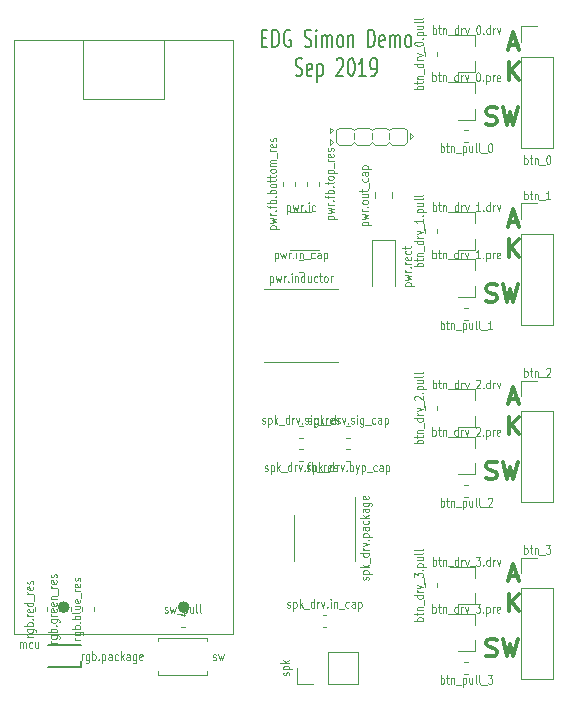
<source format=gbr>
G04 #@! TF.GenerationSoftware,KiCad,Pcbnew,(5.1.0)-1*
G04 #@! TF.CreationDate,2019-09-26T00:11:47-07:00*
G04 #@! TF.ProjectId,design,64657369-676e-42e6-9b69-6361645f7063,rev?*
G04 #@! TF.SameCoordinates,Original*
G04 #@! TF.FileFunction,Legend,Top*
G04 #@! TF.FilePolarity,Positive*
%FSLAX46Y46*%
G04 Gerber Fmt 4.6, Leading zero omitted, Abs format (unit mm)*
G04 Created by KiCad (PCBNEW (5.1.0)-1) date 2019-09-26 00:11:47*
%MOMM*%
%LPD*%
G04 APERTURE LIST*
%ADD10C,0.300000*%
%ADD11C,0.200000*%
%ADD12C,0.120000*%
%ADD13C,0.500000*%
%ADD14C,0.150000*%
%ADD15C,0.100000*%
G04 APERTURE END LIST*
D10*
X162642857Y-46250000D02*
X163357142Y-46250000D01*
X162500000Y-46678571D02*
X163000000Y-45178571D01*
X163500000Y-46678571D01*
X162607142Y-49218571D02*
X162607142Y-47718571D01*
X163464285Y-49218571D02*
X162821428Y-48361428D01*
X163464285Y-47718571D02*
X162607142Y-48575714D01*
X162642857Y-61250000D02*
X163357142Y-61250000D01*
X162500000Y-61678571D02*
X163000000Y-60178571D01*
X163500000Y-61678571D01*
X162607142Y-64218571D02*
X162607142Y-62718571D01*
X163464285Y-64218571D02*
X162821428Y-63361428D01*
X163464285Y-62718571D02*
X162607142Y-63575714D01*
X162642857Y-76250000D02*
X163357142Y-76250000D01*
X162500000Y-76678571D02*
X163000000Y-75178571D01*
X163500000Y-76678571D01*
X162607142Y-79218571D02*
X162607142Y-77718571D01*
X163464285Y-79218571D02*
X162821428Y-78361428D01*
X163464285Y-77718571D02*
X162607142Y-78575714D01*
D11*
X141690476Y-30667857D02*
X142023809Y-30667857D01*
X142166666Y-31453571D02*
X141690476Y-31453571D01*
X141690476Y-29953571D01*
X142166666Y-29953571D01*
X142595238Y-31453571D02*
X142595238Y-29953571D01*
X142833333Y-29953571D01*
X142976190Y-30025000D01*
X143071428Y-30167857D01*
X143119047Y-30310714D01*
X143166666Y-30596428D01*
X143166666Y-30810714D01*
X143119047Y-31096428D01*
X143071428Y-31239285D01*
X142976190Y-31382142D01*
X142833333Y-31453571D01*
X142595238Y-31453571D01*
X144119047Y-30025000D02*
X144023809Y-29953571D01*
X143880952Y-29953571D01*
X143738095Y-30025000D01*
X143642857Y-30167857D01*
X143595238Y-30310714D01*
X143547619Y-30596428D01*
X143547619Y-30810714D01*
X143595238Y-31096428D01*
X143642857Y-31239285D01*
X143738095Y-31382142D01*
X143880952Y-31453571D01*
X143976190Y-31453571D01*
X144119047Y-31382142D01*
X144166666Y-31310714D01*
X144166666Y-30810714D01*
X143976190Y-30810714D01*
X145309523Y-31382142D02*
X145452380Y-31453571D01*
X145690476Y-31453571D01*
X145785714Y-31382142D01*
X145833333Y-31310714D01*
X145880952Y-31167857D01*
X145880952Y-31025000D01*
X145833333Y-30882142D01*
X145785714Y-30810714D01*
X145690476Y-30739285D01*
X145500000Y-30667857D01*
X145404761Y-30596428D01*
X145357142Y-30525000D01*
X145309523Y-30382142D01*
X145309523Y-30239285D01*
X145357142Y-30096428D01*
X145404761Y-30025000D01*
X145500000Y-29953571D01*
X145738095Y-29953571D01*
X145880952Y-30025000D01*
X146309523Y-31453571D02*
X146309523Y-30453571D01*
X146309523Y-29953571D02*
X146261904Y-30025000D01*
X146309523Y-30096428D01*
X146357142Y-30025000D01*
X146309523Y-29953571D01*
X146309523Y-30096428D01*
X146785714Y-31453571D02*
X146785714Y-30453571D01*
X146785714Y-30596428D02*
X146833333Y-30525000D01*
X146928571Y-30453571D01*
X147071428Y-30453571D01*
X147166666Y-30525000D01*
X147214285Y-30667857D01*
X147214285Y-31453571D01*
X147214285Y-30667857D02*
X147261904Y-30525000D01*
X147357142Y-30453571D01*
X147500000Y-30453571D01*
X147595238Y-30525000D01*
X147642857Y-30667857D01*
X147642857Y-31453571D01*
X148261904Y-31453571D02*
X148166666Y-31382142D01*
X148119047Y-31310714D01*
X148071428Y-31167857D01*
X148071428Y-30739285D01*
X148119047Y-30596428D01*
X148166666Y-30525000D01*
X148261904Y-30453571D01*
X148404761Y-30453571D01*
X148500000Y-30525000D01*
X148547619Y-30596428D01*
X148595238Y-30739285D01*
X148595238Y-31167857D01*
X148547619Y-31310714D01*
X148500000Y-31382142D01*
X148404761Y-31453571D01*
X148261904Y-31453571D01*
X149023809Y-30453571D02*
X149023809Y-31453571D01*
X149023809Y-30596428D02*
X149071428Y-30525000D01*
X149166666Y-30453571D01*
X149309523Y-30453571D01*
X149404761Y-30525000D01*
X149452380Y-30667857D01*
X149452380Y-31453571D01*
X150690476Y-31453571D02*
X150690476Y-29953571D01*
X150928571Y-29953571D01*
X151071428Y-30025000D01*
X151166666Y-30167857D01*
X151214285Y-30310714D01*
X151261904Y-30596428D01*
X151261904Y-30810714D01*
X151214285Y-31096428D01*
X151166666Y-31239285D01*
X151071428Y-31382142D01*
X150928571Y-31453571D01*
X150690476Y-31453571D01*
X152071428Y-31382142D02*
X151976190Y-31453571D01*
X151785714Y-31453571D01*
X151690476Y-31382142D01*
X151642857Y-31239285D01*
X151642857Y-30667857D01*
X151690476Y-30525000D01*
X151785714Y-30453571D01*
X151976190Y-30453571D01*
X152071428Y-30525000D01*
X152119047Y-30667857D01*
X152119047Y-30810714D01*
X151642857Y-30953571D01*
X152547619Y-31453571D02*
X152547619Y-30453571D01*
X152547619Y-30596428D02*
X152595238Y-30525000D01*
X152690476Y-30453571D01*
X152833333Y-30453571D01*
X152928571Y-30525000D01*
X152976190Y-30667857D01*
X152976190Y-31453571D01*
X152976190Y-30667857D02*
X153023809Y-30525000D01*
X153119047Y-30453571D01*
X153261904Y-30453571D01*
X153357142Y-30525000D01*
X153404761Y-30667857D01*
X153404761Y-31453571D01*
X154023809Y-31453571D02*
X153928571Y-31382142D01*
X153880952Y-31310714D01*
X153833333Y-31167857D01*
X153833333Y-30739285D01*
X153880952Y-30596428D01*
X153928571Y-30525000D01*
X154023809Y-30453571D01*
X154166666Y-30453571D01*
X154261904Y-30525000D01*
X154309523Y-30596428D01*
X154357142Y-30739285D01*
X154357142Y-31167857D01*
X154309523Y-31310714D01*
X154261904Y-31382142D01*
X154166666Y-31453571D01*
X154023809Y-31453571D01*
X144547619Y-33832142D02*
X144690476Y-33903571D01*
X144928571Y-33903571D01*
X145023809Y-33832142D01*
X145071428Y-33760714D01*
X145119047Y-33617857D01*
X145119047Y-33475000D01*
X145071428Y-33332142D01*
X145023809Y-33260714D01*
X144928571Y-33189285D01*
X144738095Y-33117857D01*
X144642857Y-33046428D01*
X144595238Y-32975000D01*
X144547619Y-32832142D01*
X144547619Y-32689285D01*
X144595238Y-32546428D01*
X144642857Y-32475000D01*
X144738095Y-32403571D01*
X144976190Y-32403571D01*
X145119047Y-32475000D01*
X145928571Y-33832142D02*
X145833333Y-33903571D01*
X145642857Y-33903571D01*
X145547619Y-33832142D01*
X145500000Y-33689285D01*
X145500000Y-33117857D01*
X145547619Y-32975000D01*
X145642857Y-32903571D01*
X145833333Y-32903571D01*
X145928571Y-32975000D01*
X145976190Y-33117857D01*
X145976190Y-33260714D01*
X145500000Y-33403571D01*
X146404761Y-32903571D02*
X146404761Y-34403571D01*
X146404761Y-32975000D02*
X146500000Y-32903571D01*
X146690476Y-32903571D01*
X146785714Y-32975000D01*
X146833333Y-33046428D01*
X146880952Y-33189285D01*
X146880952Y-33617857D01*
X146833333Y-33760714D01*
X146785714Y-33832142D01*
X146690476Y-33903571D01*
X146500000Y-33903571D01*
X146404761Y-33832142D01*
X148023809Y-32546428D02*
X148071428Y-32475000D01*
X148166666Y-32403571D01*
X148404761Y-32403571D01*
X148500000Y-32475000D01*
X148547619Y-32546428D01*
X148595238Y-32689285D01*
X148595238Y-32832142D01*
X148547619Y-33046428D01*
X147976190Y-33903571D01*
X148595238Y-33903571D01*
X149214285Y-32403571D02*
X149309523Y-32403571D01*
X149404761Y-32475000D01*
X149452380Y-32546428D01*
X149500000Y-32689285D01*
X149547619Y-32975000D01*
X149547619Y-33332142D01*
X149500000Y-33617857D01*
X149452380Y-33760714D01*
X149404761Y-33832142D01*
X149309523Y-33903571D01*
X149214285Y-33903571D01*
X149119047Y-33832142D01*
X149071428Y-33760714D01*
X149023809Y-33617857D01*
X148976190Y-33332142D01*
X148976190Y-32975000D01*
X149023809Y-32689285D01*
X149071428Y-32546428D01*
X149119047Y-32475000D01*
X149214285Y-32403571D01*
X150500000Y-33903571D02*
X149928571Y-33903571D01*
X150214285Y-33903571D02*
X150214285Y-32403571D01*
X150119047Y-32617857D01*
X150023809Y-32760714D01*
X149928571Y-32832142D01*
X150976190Y-33903571D02*
X151166666Y-33903571D01*
X151261904Y-33832142D01*
X151309523Y-33760714D01*
X151404761Y-33546428D01*
X151452380Y-33260714D01*
X151452380Y-32689285D01*
X151404761Y-32546428D01*
X151357142Y-32475000D01*
X151261904Y-32403571D01*
X151071428Y-32403571D01*
X150976190Y-32475000D01*
X150928571Y-32546428D01*
X150880952Y-32689285D01*
X150880952Y-33046428D01*
X150928571Y-33189285D01*
X150976190Y-33260714D01*
X151071428Y-33332142D01*
X151261904Y-33332142D01*
X151357142Y-33260714D01*
X151404761Y-33189285D01*
X151452380Y-33046428D01*
D10*
X160714285Y-82957142D02*
X160928571Y-83028571D01*
X161285714Y-83028571D01*
X161428571Y-82957142D01*
X161500000Y-82885714D01*
X161571428Y-82742857D01*
X161571428Y-82600000D01*
X161500000Y-82457142D01*
X161428571Y-82385714D01*
X161285714Y-82314285D01*
X161000000Y-82242857D01*
X160857142Y-82171428D01*
X160785714Y-82100000D01*
X160714285Y-81957142D01*
X160714285Y-81814285D01*
X160785714Y-81671428D01*
X160857142Y-81600000D01*
X161000000Y-81528571D01*
X161357142Y-81528571D01*
X161571428Y-81600000D01*
X162071428Y-81528571D02*
X162428571Y-83028571D01*
X162714285Y-81957142D01*
X163000000Y-83028571D01*
X163357142Y-81528571D01*
X160714285Y-67957142D02*
X160928571Y-68028571D01*
X161285714Y-68028571D01*
X161428571Y-67957142D01*
X161500000Y-67885714D01*
X161571428Y-67742857D01*
X161571428Y-67600000D01*
X161500000Y-67457142D01*
X161428571Y-67385714D01*
X161285714Y-67314285D01*
X161000000Y-67242857D01*
X160857142Y-67171428D01*
X160785714Y-67100000D01*
X160714285Y-66957142D01*
X160714285Y-66814285D01*
X160785714Y-66671428D01*
X160857142Y-66600000D01*
X161000000Y-66528571D01*
X161357142Y-66528571D01*
X161571428Y-66600000D01*
X162071428Y-66528571D02*
X162428571Y-68028571D01*
X162714285Y-66957142D01*
X163000000Y-68028571D01*
X163357142Y-66528571D01*
X160714285Y-52957142D02*
X160928571Y-53028571D01*
X161285714Y-53028571D01*
X161428571Y-52957142D01*
X161500000Y-52885714D01*
X161571428Y-52742857D01*
X161571428Y-52600000D01*
X161500000Y-52457142D01*
X161428571Y-52385714D01*
X161285714Y-52314285D01*
X161000000Y-52242857D01*
X160857142Y-52171428D01*
X160785714Y-52100000D01*
X160714285Y-51957142D01*
X160714285Y-51814285D01*
X160785714Y-51671428D01*
X160857142Y-51600000D01*
X161000000Y-51528571D01*
X161357142Y-51528571D01*
X161571428Y-51600000D01*
X162071428Y-51528571D02*
X162428571Y-53028571D01*
X162714285Y-51957142D01*
X163000000Y-53028571D01*
X163357142Y-51528571D01*
X160714285Y-37957142D02*
X160928571Y-38028571D01*
X161285714Y-38028571D01*
X161428571Y-37957142D01*
X161500000Y-37885714D01*
X161571428Y-37742857D01*
X161571428Y-37600000D01*
X161500000Y-37457142D01*
X161428571Y-37385714D01*
X161285714Y-37314285D01*
X161000000Y-37242857D01*
X160857142Y-37171428D01*
X160785714Y-37100000D01*
X160714285Y-36957142D01*
X160714285Y-36814285D01*
X160785714Y-36671428D01*
X160857142Y-36600000D01*
X161000000Y-36528571D01*
X161357142Y-36528571D01*
X161571428Y-36600000D01*
X162071428Y-36528571D02*
X162428571Y-38028571D01*
X162714285Y-36957142D01*
X163000000Y-38028571D01*
X163357142Y-36528571D01*
X162607142Y-34218571D02*
X162607142Y-32718571D01*
X163464285Y-34218571D02*
X162821428Y-33361428D01*
X163464285Y-32718571D02*
X162607142Y-33575714D01*
X162642857Y-31250000D02*
X163357142Y-31250000D01*
X162500000Y-31678571D02*
X163000000Y-30178571D01*
X163500000Y-31678571D01*
D12*
X159760000Y-33580000D02*
X158300000Y-33580000D01*
X159760000Y-30420000D02*
X157600000Y-30420000D01*
X159760000Y-30420000D02*
X159760000Y-31350000D01*
X159760000Y-33580000D02*
X159760000Y-32650000D01*
X159760000Y-37580000D02*
X159760000Y-36650000D01*
X159760000Y-34420000D02*
X159760000Y-35350000D01*
X159760000Y-34420000D02*
X157600000Y-34420000D01*
X159760000Y-37580000D02*
X158300000Y-37580000D01*
X156510000Y-32162779D02*
X156510000Y-31837221D01*
X155490000Y-32162779D02*
X155490000Y-31837221D01*
X159760000Y-48580000D02*
X158300000Y-48580000D01*
X159760000Y-45420000D02*
X157600000Y-45420000D01*
X159760000Y-45420000D02*
X159760000Y-46350000D01*
X159760000Y-48580000D02*
X159760000Y-47650000D01*
X159760000Y-52580000D02*
X159760000Y-51650000D01*
X159760000Y-49420000D02*
X159760000Y-50350000D01*
X159760000Y-49420000D02*
X157600000Y-49420000D01*
X159760000Y-52580000D02*
X158300000Y-52580000D01*
X155490000Y-47162779D02*
X155490000Y-46837221D01*
X156510000Y-47162779D02*
X156510000Y-46837221D01*
X159760000Y-63580000D02*
X158300000Y-63580000D01*
X159760000Y-60420000D02*
X157600000Y-60420000D01*
X159760000Y-60420000D02*
X159760000Y-61350000D01*
X159760000Y-63580000D02*
X159760000Y-62650000D01*
X159760000Y-67580000D02*
X158300000Y-67580000D01*
X159760000Y-64420000D02*
X157600000Y-64420000D01*
X159760000Y-64420000D02*
X159760000Y-65350000D01*
X159760000Y-67580000D02*
X159760000Y-66650000D01*
X155490000Y-62162779D02*
X155490000Y-61837221D01*
X156510000Y-62162779D02*
X156510000Y-61837221D01*
X159760000Y-78580000D02*
X159760000Y-77650000D01*
X159760000Y-75420000D02*
X159760000Y-76350000D01*
X159760000Y-75420000D02*
X157600000Y-75420000D01*
X159760000Y-78580000D02*
X158300000Y-78580000D01*
X159760000Y-82580000D02*
X159760000Y-81650000D01*
X159760000Y-79420000D02*
X159760000Y-80350000D01*
X159760000Y-79420000D02*
X157600000Y-79420000D01*
X159760000Y-82580000D02*
X158300000Y-82580000D01*
X155490000Y-77162779D02*
X155490000Y-76837221D01*
X156510000Y-77162779D02*
X156510000Y-76837221D01*
X158837221Y-39510000D02*
X159162779Y-39510000D01*
X158837221Y-38490000D02*
X159162779Y-38490000D01*
X158837221Y-53490000D02*
X159162779Y-53490000D01*
X158837221Y-54510000D02*
X159162779Y-54510000D01*
X158837221Y-69510000D02*
X159162779Y-69510000D01*
X158837221Y-68490000D02*
X159162779Y-68490000D01*
X158837221Y-83490000D02*
X159162779Y-83490000D01*
X158837221Y-84510000D02*
X159162779Y-84510000D01*
X120730000Y-30855000D02*
X120730000Y-81145000D01*
X120730000Y-81145000D02*
X139270000Y-81145000D01*
X139270000Y-81145000D02*
X139270000Y-30855000D01*
X139270000Y-30855000D02*
X120730000Y-30855000D01*
D13*
X125170000Y-78860000D02*
G75*
G03X125170000Y-78860000I-250000J0D01*
G01*
X135330000Y-78860000D02*
G75*
G03X135330000Y-78860000I-250000J0D01*
G01*
D12*
X126575000Y-30855000D02*
X126575000Y-35855000D01*
X126575000Y-35855000D02*
X133425000Y-35855000D01*
X133425000Y-35855000D02*
X133425000Y-30855000D01*
X127510000Y-79162779D02*
X127510000Y-78837221D01*
X126490000Y-79162779D02*
X126490000Y-78837221D01*
X124490000Y-79162779D02*
X124490000Y-78837221D01*
X125510000Y-79162779D02*
X125510000Y-78837221D01*
D14*
X126400000Y-82100000D02*
X123600000Y-82100000D01*
X126400000Y-83400000D02*
X126400000Y-83900000D01*
X126400000Y-83900000D02*
X123600000Y-83900000D01*
D12*
X123510000Y-79162779D02*
X123510000Y-78837221D01*
X122490000Y-79162779D02*
X122490000Y-78837221D01*
X149870000Y-85330000D02*
X149870000Y-82670000D01*
X147270000Y-85330000D02*
X149870000Y-85330000D01*
X147270000Y-82670000D02*
X149870000Y-82670000D01*
X147270000Y-85330000D02*
X147270000Y-82670000D01*
X146000000Y-85330000D02*
X144670000Y-85330000D01*
X144670000Y-85330000D02*
X144670000Y-84000000D01*
X148837221Y-65490000D02*
X149162779Y-65490000D01*
X148837221Y-66510000D02*
X149162779Y-66510000D01*
X145162779Y-66510000D02*
X144837221Y-66510000D01*
X145162779Y-65490000D02*
X144837221Y-65490000D01*
X146837221Y-80510000D02*
X147162779Y-80510000D01*
X146837221Y-79490000D02*
X147162779Y-79490000D01*
X144440000Y-73000000D02*
X144440000Y-74950000D01*
X144440000Y-73000000D02*
X144440000Y-71050000D01*
X149560000Y-73000000D02*
X149560000Y-74950000D01*
X149560000Y-73000000D02*
X149560000Y-69550000D01*
X148837221Y-63490000D02*
X149162779Y-63490000D01*
X148837221Y-64510000D02*
X149162779Y-64510000D01*
X144837221Y-64510000D02*
X145162779Y-64510000D01*
X144837221Y-63490000D02*
X145162779Y-63490000D01*
X163670000Y-29670000D02*
X165000000Y-29670000D01*
X163670000Y-31000000D02*
X163670000Y-29670000D01*
X163670000Y-32270000D02*
X166330000Y-32270000D01*
X166330000Y-32270000D02*
X166330000Y-39950000D01*
X163670000Y-32270000D02*
X163670000Y-39950000D01*
X163670000Y-39950000D02*
X166330000Y-39950000D01*
X163670000Y-54950000D02*
X166330000Y-54950000D01*
X163670000Y-47270000D02*
X163670000Y-54950000D01*
X166330000Y-47270000D02*
X166330000Y-54950000D01*
X163670000Y-47270000D02*
X166330000Y-47270000D01*
X163670000Y-46000000D02*
X163670000Y-44670000D01*
X163670000Y-44670000D02*
X165000000Y-44670000D01*
X163670000Y-59670000D02*
X165000000Y-59670000D01*
X163670000Y-61000000D02*
X163670000Y-59670000D01*
X163670000Y-62270000D02*
X166330000Y-62270000D01*
X166330000Y-62270000D02*
X166330000Y-69950000D01*
X163670000Y-62270000D02*
X163670000Y-69950000D01*
X163670000Y-69950000D02*
X166330000Y-69950000D01*
X163670000Y-84950000D02*
X166330000Y-84950000D01*
X163670000Y-77270000D02*
X163670000Y-84950000D01*
X166330000Y-77270000D02*
X166330000Y-84950000D01*
X163670000Y-77270000D02*
X166330000Y-77270000D01*
X163670000Y-76000000D02*
X163670000Y-74670000D01*
X163670000Y-74670000D02*
X165000000Y-74670000D01*
D15*
X148000000Y-39500000D02*
X148250000Y-39750000D01*
X148250000Y-39750000D02*
X149250000Y-39750000D01*
X149250000Y-39750000D02*
X149500000Y-39500000D01*
X149500000Y-39250000D02*
X149500000Y-38750000D01*
X149500000Y-38500000D02*
X149250000Y-38250000D01*
X148250000Y-38250000D02*
X148000000Y-38500000D01*
X149250000Y-38250000D02*
X148250000Y-38250000D01*
X148000000Y-38500000D02*
X148000000Y-39500000D01*
X149500000Y-39500000D02*
X149750000Y-39750000D01*
X150750000Y-39750000D02*
X151000000Y-39500000D01*
X150750000Y-38250000D02*
X149750000Y-38250000D01*
X149750000Y-38250000D02*
X149500000Y-38500000D01*
X151000000Y-38500000D02*
X150750000Y-38250000D01*
X149750000Y-39750000D02*
X150750000Y-39750000D01*
X151000000Y-39250000D02*
X151000000Y-38750000D01*
X151000000Y-39500000D02*
X151250000Y-39750000D01*
X152250000Y-39750000D02*
X152500000Y-39500000D01*
X152250000Y-38250000D02*
X151250000Y-38250000D01*
X151250000Y-38250000D02*
X151000000Y-38500000D01*
X152500000Y-38500000D02*
X152250000Y-38250000D01*
X151250000Y-39750000D02*
X152250000Y-39750000D01*
X152500000Y-39250000D02*
X152500000Y-38750000D01*
X152500000Y-39500000D02*
X152750000Y-39750000D01*
X153750000Y-39750000D02*
X154000000Y-39500000D01*
X153750000Y-38250000D02*
X152750000Y-38250000D01*
X152750000Y-38250000D02*
X152500000Y-38500000D01*
X154000000Y-38500000D02*
X153750000Y-38250000D01*
X152750000Y-39750000D02*
X153750000Y-39750000D01*
X154000000Y-39500000D02*
X154000000Y-38500000D01*
X147500000Y-38250000D02*
X147750000Y-38500000D01*
X147750000Y-38500000D02*
X147500000Y-38750000D01*
X147500000Y-38750000D02*
X147500000Y-38250000D01*
X147750000Y-39500000D02*
X147500000Y-39750000D01*
X147500000Y-39750000D02*
X147500000Y-39250000D01*
X147500000Y-39250000D02*
X147750000Y-39500000D01*
X154500000Y-39000000D02*
X154250000Y-39250000D01*
X154250000Y-39250000D02*
X154250000Y-38750000D01*
X154250000Y-38750000D02*
X154500000Y-39000000D01*
D12*
X132930000Y-81430000D02*
X137070000Y-81430000D01*
X137070000Y-84270000D02*
X137070000Y-84570000D01*
X137070000Y-84570000D02*
X132930000Y-84570000D01*
X132930000Y-81730000D02*
X132930000Y-81430000D01*
X132930000Y-84570000D02*
X132930000Y-84270000D01*
X137070000Y-81430000D02*
X137070000Y-81730000D01*
X134837221Y-79490000D02*
X135162779Y-79490000D01*
X134837221Y-80510000D02*
X135162779Y-80510000D01*
X143490000Y-43162779D02*
X143490000Y-42837221D01*
X144510000Y-43162779D02*
X144510000Y-42837221D01*
X145490000Y-42837221D02*
X145490000Y-43162779D01*
X146510000Y-42837221D02*
X146510000Y-43162779D01*
X145900000Y-45390000D02*
X144100000Y-45390000D01*
X144100000Y-48610000D02*
X146550000Y-48610000D01*
X141850000Y-51900000D02*
X148150000Y-51900000D01*
X141850000Y-58100000D02*
X148150000Y-58100000D01*
X151290000Y-44258578D02*
X151290000Y-43741422D01*
X152710000Y-44258578D02*
X152710000Y-43741422D01*
X153000000Y-47750000D02*
X151000000Y-47750000D01*
X151000000Y-47750000D02*
X151000000Y-51650000D01*
X153000000Y-47750000D02*
X153000000Y-51650000D01*
X144837221Y-49490000D02*
X145162779Y-49490000D01*
X144837221Y-50510000D02*
X145162779Y-50510000D01*
D15*
X156171428Y-30339285D02*
X156171428Y-29589285D01*
X156171428Y-29875000D02*
X156228571Y-29839285D01*
X156342857Y-29839285D01*
X156400000Y-29875000D01*
X156428571Y-29910714D01*
X156457142Y-29982142D01*
X156457142Y-30196428D01*
X156428571Y-30267857D01*
X156400000Y-30303571D01*
X156342857Y-30339285D01*
X156228571Y-30339285D01*
X156171428Y-30303571D01*
X156628571Y-29839285D02*
X156857142Y-29839285D01*
X156714285Y-29589285D02*
X156714285Y-30232142D01*
X156742857Y-30303571D01*
X156800000Y-30339285D01*
X156857142Y-30339285D01*
X157057142Y-29839285D02*
X157057142Y-30339285D01*
X157057142Y-29910714D02*
X157085714Y-29875000D01*
X157142857Y-29839285D01*
X157228571Y-29839285D01*
X157285714Y-29875000D01*
X157314285Y-29946428D01*
X157314285Y-30339285D01*
X157457142Y-30410714D02*
X157914285Y-30410714D01*
X158314285Y-30339285D02*
X158314285Y-29589285D01*
X158314285Y-30303571D02*
X158257142Y-30339285D01*
X158142857Y-30339285D01*
X158085714Y-30303571D01*
X158057142Y-30267857D01*
X158028571Y-30196428D01*
X158028571Y-29982142D01*
X158057142Y-29910714D01*
X158085714Y-29875000D01*
X158142857Y-29839285D01*
X158257142Y-29839285D01*
X158314285Y-29875000D01*
X158600000Y-30339285D02*
X158600000Y-29839285D01*
X158600000Y-29982142D02*
X158628571Y-29910714D01*
X158657142Y-29875000D01*
X158714285Y-29839285D01*
X158771428Y-29839285D01*
X158914285Y-29839285D02*
X159057142Y-30339285D01*
X159200000Y-29839285D01*
X159285714Y-30410714D02*
X159742857Y-30410714D01*
X160000000Y-29589285D02*
X160057142Y-29589285D01*
X160114285Y-29625000D01*
X160142857Y-29660714D01*
X160171428Y-29732142D01*
X160200000Y-29875000D01*
X160200000Y-30053571D01*
X160171428Y-30196428D01*
X160142857Y-30267857D01*
X160114285Y-30303571D01*
X160057142Y-30339285D01*
X160000000Y-30339285D01*
X159942857Y-30303571D01*
X159914285Y-30267857D01*
X159885714Y-30196428D01*
X159857142Y-30053571D01*
X159857142Y-29875000D01*
X159885714Y-29732142D01*
X159914285Y-29660714D01*
X159942857Y-29625000D01*
X160000000Y-29589285D01*
X160457142Y-30267857D02*
X160485714Y-30303571D01*
X160457142Y-30339285D01*
X160428571Y-30303571D01*
X160457142Y-30267857D01*
X160457142Y-30339285D01*
X161000000Y-30339285D02*
X161000000Y-29589285D01*
X161000000Y-30303571D02*
X160942857Y-30339285D01*
X160828571Y-30339285D01*
X160771428Y-30303571D01*
X160742857Y-30267857D01*
X160714285Y-30196428D01*
X160714285Y-29982142D01*
X160742857Y-29910714D01*
X160771428Y-29875000D01*
X160828571Y-29839285D01*
X160942857Y-29839285D01*
X161000000Y-29875000D01*
X161285714Y-30339285D02*
X161285714Y-29839285D01*
X161285714Y-29982142D02*
X161314285Y-29910714D01*
X161342857Y-29875000D01*
X161400000Y-29839285D01*
X161457142Y-29839285D01*
X161600000Y-29839285D02*
X161742857Y-30339285D01*
X161885714Y-29839285D01*
X156142857Y-34339285D02*
X156142857Y-33589285D01*
X156142857Y-33875000D02*
X156200000Y-33839285D01*
X156314285Y-33839285D01*
X156371428Y-33875000D01*
X156400000Y-33910714D01*
X156428571Y-33982142D01*
X156428571Y-34196428D01*
X156400000Y-34267857D01*
X156371428Y-34303571D01*
X156314285Y-34339285D01*
X156200000Y-34339285D01*
X156142857Y-34303571D01*
X156600000Y-33839285D02*
X156828571Y-33839285D01*
X156685714Y-33589285D02*
X156685714Y-34232142D01*
X156714285Y-34303571D01*
X156771428Y-34339285D01*
X156828571Y-34339285D01*
X157028571Y-33839285D02*
X157028571Y-34339285D01*
X157028571Y-33910714D02*
X157057142Y-33875000D01*
X157114285Y-33839285D01*
X157200000Y-33839285D01*
X157257142Y-33875000D01*
X157285714Y-33946428D01*
X157285714Y-34339285D01*
X157428571Y-34410714D02*
X157885714Y-34410714D01*
X158285714Y-34339285D02*
X158285714Y-33589285D01*
X158285714Y-34303571D02*
X158228571Y-34339285D01*
X158114285Y-34339285D01*
X158057142Y-34303571D01*
X158028571Y-34267857D01*
X158000000Y-34196428D01*
X158000000Y-33982142D01*
X158028571Y-33910714D01*
X158057142Y-33875000D01*
X158114285Y-33839285D01*
X158228571Y-33839285D01*
X158285714Y-33875000D01*
X158571428Y-34339285D02*
X158571428Y-33839285D01*
X158571428Y-33982142D02*
X158600000Y-33910714D01*
X158628571Y-33875000D01*
X158685714Y-33839285D01*
X158742857Y-33839285D01*
X158885714Y-33839285D02*
X159028571Y-34339285D01*
X159171428Y-33839285D01*
X159257142Y-34410714D02*
X159714285Y-34410714D01*
X159971428Y-33589285D02*
X160028571Y-33589285D01*
X160085714Y-33625000D01*
X160114285Y-33660714D01*
X160142857Y-33732142D01*
X160171428Y-33875000D01*
X160171428Y-34053571D01*
X160142857Y-34196428D01*
X160114285Y-34267857D01*
X160085714Y-34303571D01*
X160028571Y-34339285D01*
X159971428Y-34339285D01*
X159914285Y-34303571D01*
X159885714Y-34267857D01*
X159857142Y-34196428D01*
X159828571Y-34053571D01*
X159828571Y-33875000D01*
X159857142Y-33732142D01*
X159885714Y-33660714D01*
X159914285Y-33625000D01*
X159971428Y-33589285D01*
X160428571Y-34267857D02*
X160457142Y-34303571D01*
X160428571Y-34339285D01*
X160400000Y-34303571D01*
X160428571Y-34267857D01*
X160428571Y-34339285D01*
X160714285Y-33839285D02*
X160714285Y-34589285D01*
X160714285Y-33875000D02*
X160771428Y-33839285D01*
X160885714Y-33839285D01*
X160942857Y-33875000D01*
X160971428Y-33910714D01*
X161000000Y-33982142D01*
X161000000Y-34196428D01*
X160971428Y-34267857D01*
X160942857Y-34303571D01*
X160885714Y-34339285D01*
X160771428Y-34339285D01*
X160714285Y-34303571D01*
X161257142Y-34339285D02*
X161257142Y-33839285D01*
X161257142Y-33982142D02*
X161285714Y-33910714D01*
X161314285Y-33875000D01*
X161371428Y-33839285D01*
X161428571Y-33839285D01*
X161857142Y-34303571D02*
X161800000Y-34339285D01*
X161685714Y-34339285D01*
X161628571Y-34303571D01*
X161600000Y-34232142D01*
X161600000Y-33946428D01*
X161628571Y-33875000D01*
X161685714Y-33839285D01*
X161800000Y-33839285D01*
X161857142Y-33875000D01*
X161885714Y-33946428D01*
X161885714Y-34017857D01*
X161600000Y-34089285D01*
X155339285Y-35000000D02*
X154589285Y-35000000D01*
X154875000Y-35000000D02*
X154839285Y-34942857D01*
X154839285Y-34828571D01*
X154875000Y-34771428D01*
X154910714Y-34742857D01*
X154982142Y-34714285D01*
X155196428Y-34714285D01*
X155267857Y-34742857D01*
X155303571Y-34771428D01*
X155339285Y-34828571D01*
X155339285Y-34942857D01*
X155303571Y-35000000D01*
X154839285Y-34542857D02*
X154839285Y-34314285D01*
X154589285Y-34457142D02*
X155232142Y-34457142D01*
X155303571Y-34428571D01*
X155339285Y-34371428D01*
X155339285Y-34314285D01*
X154839285Y-34114285D02*
X155339285Y-34114285D01*
X154910714Y-34114285D02*
X154875000Y-34085714D01*
X154839285Y-34028571D01*
X154839285Y-33942857D01*
X154875000Y-33885714D01*
X154946428Y-33857142D01*
X155339285Y-33857142D01*
X155410714Y-33714285D02*
X155410714Y-33257142D01*
X155339285Y-32857142D02*
X154589285Y-32857142D01*
X155303571Y-32857142D02*
X155339285Y-32914285D01*
X155339285Y-33028571D01*
X155303571Y-33085714D01*
X155267857Y-33114285D01*
X155196428Y-33142857D01*
X154982142Y-33142857D01*
X154910714Y-33114285D01*
X154875000Y-33085714D01*
X154839285Y-33028571D01*
X154839285Y-32914285D01*
X154875000Y-32857142D01*
X155339285Y-32571428D02*
X154839285Y-32571428D01*
X154982142Y-32571428D02*
X154910714Y-32542857D01*
X154875000Y-32514285D01*
X154839285Y-32457142D01*
X154839285Y-32400000D01*
X154839285Y-32257142D02*
X155339285Y-32114285D01*
X154839285Y-31971428D01*
X155410714Y-31885714D02*
X155410714Y-31428571D01*
X154589285Y-31171428D02*
X154589285Y-31114285D01*
X154625000Y-31057142D01*
X154660714Y-31028571D01*
X154732142Y-31000000D01*
X154875000Y-30971428D01*
X155053571Y-30971428D01*
X155196428Y-31000000D01*
X155267857Y-31028571D01*
X155303571Y-31057142D01*
X155339285Y-31114285D01*
X155339285Y-31171428D01*
X155303571Y-31228571D01*
X155267857Y-31257142D01*
X155196428Y-31285714D01*
X155053571Y-31314285D01*
X154875000Y-31314285D01*
X154732142Y-31285714D01*
X154660714Y-31257142D01*
X154625000Y-31228571D01*
X154589285Y-31171428D01*
X155267857Y-30714285D02*
X155303571Y-30685714D01*
X155339285Y-30714285D01*
X155303571Y-30742857D01*
X155267857Y-30714285D01*
X155339285Y-30714285D01*
X154839285Y-30428571D02*
X155589285Y-30428571D01*
X154875000Y-30428571D02*
X154839285Y-30371428D01*
X154839285Y-30257142D01*
X154875000Y-30200000D01*
X154910714Y-30171428D01*
X154982142Y-30142857D01*
X155196428Y-30142857D01*
X155267857Y-30171428D01*
X155303571Y-30200000D01*
X155339285Y-30257142D01*
X155339285Y-30371428D01*
X155303571Y-30428571D01*
X154839285Y-29628571D02*
X155339285Y-29628571D01*
X154839285Y-29885714D02*
X155232142Y-29885714D01*
X155303571Y-29857142D01*
X155339285Y-29800000D01*
X155339285Y-29714285D01*
X155303571Y-29657142D01*
X155267857Y-29628571D01*
X155339285Y-29257142D02*
X155303571Y-29314285D01*
X155232142Y-29342857D01*
X154589285Y-29342857D01*
X155339285Y-28942857D02*
X155303571Y-29000000D01*
X155232142Y-29028571D01*
X154589285Y-29028571D01*
X156171428Y-45339285D02*
X156171428Y-44589285D01*
X156171428Y-44875000D02*
X156228571Y-44839285D01*
X156342857Y-44839285D01*
X156400000Y-44875000D01*
X156428571Y-44910714D01*
X156457142Y-44982142D01*
X156457142Y-45196428D01*
X156428571Y-45267857D01*
X156400000Y-45303571D01*
X156342857Y-45339285D01*
X156228571Y-45339285D01*
X156171428Y-45303571D01*
X156628571Y-44839285D02*
X156857142Y-44839285D01*
X156714285Y-44589285D02*
X156714285Y-45232142D01*
X156742857Y-45303571D01*
X156800000Y-45339285D01*
X156857142Y-45339285D01*
X157057142Y-44839285D02*
X157057142Y-45339285D01*
X157057142Y-44910714D02*
X157085714Y-44875000D01*
X157142857Y-44839285D01*
X157228571Y-44839285D01*
X157285714Y-44875000D01*
X157314285Y-44946428D01*
X157314285Y-45339285D01*
X157457142Y-45410714D02*
X157914285Y-45410714D01*
X158314285Y-45339285D02*
X158314285Y-44589285D01*
X158314285Y-45303571D02*
X158257142Y-45339285D01*
X158142857Y-45339285D01*
X158085714Y-45303571D01*
X158057142Y-45267857D01*
X158028571Y-45196428D01*
X158028571Y-44982142D01*
X158057142Y-44910714D01*
X158085714Y-44875000D01*
X158142857Y-44839285D01*
X158257142Y-44839285D01*
X158314285Y-44875000D01*
X158600000Y-45339285D02*
X158600000Y-44839285D01*
X158600000Y-44982142D02*
X158628571Y-44910714D01*
X158657142Y-44875000D01*
X158714285Y-44839285D01*
X158771428Y-44839285D01*
X158914285Y-44839285D02*
X159057142Y-45339285D01*
X159200000Y-44839285D01*
X159285714Y-45410714D02*
X159742857Y-45410714D01*
X160200000Y-45339285D02*
X159857142Y-45339285D01*
X160028571Y-45339285D02*
X160028571Y-44589285D01*
X159971428Y-44696428D01*
X159914285Y-44767857D01*
X159857142Y-44803571D01*
X160457142Y-45267857D02*
X160485714Y-45303571D01*
X160457142Y-45339285D01*
X160428571Y-45303571D01*
X160457142Y-45267857D01*
X160457142Y-45339285D01*
X161000000Y-45339285D02*
X161000000Y-44589285D01*
X161000000Y-45303571D02*
X160942857Y-45339285D01*
X160828571Y-45339285D01*
X160771428Y-45303571D01*
X160742857Y-45267857D01*
X160714285Y-45196428D01*
X160714285Y-44982142D01*
X160742857Y-44910714D01*
X160771428Y-44875000D01*
X160828571Y-44839285D01*
X160942857Y-44839285D01*
X161000000Y-44875000D01*
X161285714Y-45339285D02*
X161285714Y-44839285D01*
X161285714Y-44982142D02*
X161314285Y-44910714D01*
X161342857Y-44875000D01*
X161400000Y-44839285D01*
X161457142Y-44839285D01*
X161600000Y-44839285D02*
X161742857Y-45339285D01*
X161885714Y-44839285D01*
X156142857Y-49339285D02*
X156142857Y-48589285D01*
X156142857Y-48875000D02*
X156200000Y-48839285D01*
X156314285Y-48839285D01*
X156371428Y-48875000D01*
X156400000Y-48910714D01*
X156428571Y-48982142D01*
X156428571Y-49196428D01*
X156400000Y-49267857D01*
X156371428Y-49303571D01*
X156314285Y-49339285D01*
X156200000Y-49339285D01*
X156142857Y-49303571D01*
X156600000Y-48839285D02*
X156828571Y-48839285D01*
X156685714Y-48589285D02*
X156685714Y-49232142D01*
X156714285Y-49303571D01*
X156771428Y-49339285D01*
X156828571Y-49339285D01*
X157028571Y-48839285D02*
X157028571Y-49339285D01*
X157028571Y-48910714D02*
X157057142Y-48875000D01*
X157114285Y-48839285D01*
X157200000Y-48839285D01*
X157257142Y-48875000D01*
X157285714Y-48946428D01*
X157285714Y-49339285D01*
X157428571Y-49410714D02*
X157885714Y-49410714D01*
X158285714Y-49339285D02*
X158285714Y-48589285D01*
X158285714Y-49303571D02*
X158228571Y-49339285D01*
X158114285Y-49339285D01*
X158057142Y-49303571D01*
X158028571Y-49267857D01*
X158000000Y-49196428D01*
X158000000Y-48982142D01*
X158028571Y-48910714D01*
X158057142Y-48875000D01*
X158114285Y-48839285D01*
X158228571Y-48839285D01*
X158285714Y-48875000D01*
X158571428Y-49339285D02*
X158571428Y-48839285D01*
X158571428Y-48982142D02*
X158600000Y-48910714D01*
X158628571Y-48875000D01*
X158685714Y-48839285D01*
X158742857Y-48839285D01*
X158885714Y-48839285D02*
X159028571Y-49339285D01*
X159171428Y-48839285D01*
X159257142Y-49410714D02*
X159714285Y-49410714D01*
X160171428Y-49339285D02*
X159828571Y-49339285D01*
X160000000Y-49339285D02*
X160000000Y-48589285D01*
X159942857Y-48696428D01*
X159885714Y-48767857D01*
X159828571Y-48803571D01*
X160428571Y-49267857D02*
X160457142Y-49303571D01*
X160428571Y-49339285D01*
X160400000Y-49303571D01*
X160428571Y-49267857D01*
X160428571Y-49339285D01*
X160714285Y-48839285D02*
X160714285Y-49589285D01*
X160714285Y-48875000D02*
X160771428Y-48839285D01*
X160885714Y-48839285D01*
X160942857Y-48875000D01*
X160971428Y-48910714D01*
X161000000Y-48982142D01*
X161000000Y-49196428D01*
X160971428Y-49267857D01*
X160942857Y-49303571D01*
X160885714Y-49339285D01*
X160771428Y-49339285D01*
X160714285Y-49303571D01*
X161257142Y-49339285D02*
X161257142Y-48839285D01*
X161257142Y-48982142D02*
X161285714Y-48910714D01*
X161314285Y-48875000D01*
X161371428Y-48839285D01*
X161428571Y-48839285D01*
X161857142Y-49303571D02*
X161800000Y-49339285D01*
X161685714Y-49339285D01*
X161628571Y-49303571D01*
X161600000Y-49232142D01*
X161600000Y-48946428D01*
X161628571Y-48875000D01*
X161685714Y-48839285D01*
X161800000Y-48839285D01*
X161857142Y-48875000D01*
X161885714Y-48946428D01*
X161885714Y-49017857D01*
X161600000Y-49089285D01*
X155339285Y-50000000D02*
X154589285Y-50000000D01*
X154875000Y-50000000D02*
X154839285Y-49942857D01*
X154839285Y-49828571D01*
X154875000Y-49771428D01*
X154910714Y-49742857D01*
X154982142Y-49714285D01*
X155196428Y-49714285D01*
X155267857Y-49742857D01*
X155303571Y-49771428D01*
X155339285Y-49828571D01*
X155339285Y-49942857D01*
X155303571Y-50000000D01*
X154839285Y-49542857D02*
X154839285Y-49314285D01*
X154589285Y-49457142D02*
X155232142Y-49457142D01*
X155303571Y-49428571D01*
X155339285Y-49371428D01*
X155339285Y-49314285D01*
X154839285Y-49114285D02*
X155339285Y-49114285D01*
X154910714Y-49114285D02*
X154875000Y-49085714D01*
X154839285Y-49028571D01*
X154839285Y-48942857D01*
X154875000Y-48885714D01*
X154946428Y-48857142D01*
X155339285Y-48857142D01*
X155410714Y-48714285D02*
X155410714Y-48257142D01*
X155339285Y-47857142D02*
X154589285Y-47857142D01*
X155303571Y-47857142D02*
X155339285Y-47914285D01*
X155339285Y-48028571D01*
X155303571Y-48085714D01*
X155267857Y-48114285D01*
X155196428Y-48142857D01*
X154982142Y-48142857D01*
X154910714Y-48114285D01*
X154875000Y-48085714D01*
X154839285Y-48028571D01*
X154839285Y-47914285D01*
X154875000Y-47857142D01*
X155339285Y-47571428D02*
X154839285Y-47571428D01*
X154982142Y-47571428D02*
X154910714Y-47542857D01*
X154875000Y-47514285D01*
X154839285Y-47457142D01*
X154839285Y-47400000D01*
X154839285Y-47257142D02*
X155339285Y-47114285D01*
X154839285Y-46971428D01*
X155410714Y-46885714D02*
X155410714Y-46428571D01*
X155339285Y-45971428D02*
X155339285Y-46314285D01*
X155339285Y-46142857D02*
X154589285Y-46142857D01*
X154696428Y-46200000D01*
X154767857Y-46257142D01*
X154803571Y-46314285D01*
X155267857Y-45714285D02*
X155303571Y-45685714D01*
X155339285Y-45714285D01*
X155303571Y-45742857D01*
X155267857Y-45714285D01*
X155339285Y-45714285D01*
X154839285Y-45428571D02*
X155589285Y-45428571D01*
X154875000Y-45428571D02*
X154839285Y-45371428D01*
X154839285Y-45257142D01*
X154875000Y-45200000D01*
X154910714Y-45171428D01*
X154982142Y-45142857D01*
X155196428Y-45142857D01*
X155267857Y-45171428D01*
X155303571Y-45200000D01*
X155339285Y-45257142D01*
X155339285Y-45371428D01*
X155303571Y-45428571D01*
X154839285Y-44628571D02*
X155339285Y-44628571D01*
X154839285Y-44885714D02*
X155232142Y-44885714D01*
X155303571Y-44857142D01*
X155339285Y-44800000D01*
X155339285Y-44714285D01*
X155303571Y-44657142D01*
X155267857Y-44628571D01*
X155339285Y-44257142D02*
X155303571Y-44314285D01*
X155232142Y-44342857D01*
X154589285Y-44342857D01*
X155339285Y-43942857D02*
X155303571Y-44000000D01*
X155232142Y-44028571D01*
X154589285Y-44028571D01*
X156171428Y-60339285D02*
X156171428Y-59589285D01*
X156171428Y-59875000D02*
X156228571Y-59839285D01*
X156342857Y-59839285D01*
X156400000Y-59875000D01*
X156428571Y-59910714D01*
X156457142Y-59982142D01*
X156457142Y-60196428D01*
X156428571Y-60267857D01*
X156400000Y-60303571D01*
X156342857Y-60339285D01*
X156228571Y-60339285D01*
X156171428Y-60303571D01*
X156628571Y-59839285D02*
X156857142Y-59839285D01*
X156714285Y-59589285D02*
X156714285Y-60232142D01*
X156742857Y-60303571D01*
X156800000Y-60339285D01*
X156857142Y-60339285D01*
X157057142Y-59839285D02*
X157057142Y-60339285D01*
X157057142Y-59910714D02*
X157085714Y-59875000D01*
X157142857Y-59839285D01*
X157228571Y-59839285D01*
X157285714Y-59875000D01*
X157314285Y-59946428D01*
X157314285Y-60339285D01*
X157457142Y-60410714D02*
X157914285Y-60410714D01*
X158314285Y-60339285D02*
X158314285Y-59589285D01*
X158314285Y-60303571D02*
X158257142Y-60339285D01*
X158142857Y-60339285D01*
X158085714Y-60303571D01*
X158057142Y-60267857D01*
X158028571Y-60196428D01*
X158028571Y-59982142D01*
X158057142Y-59910714D01*
X158085714Y-59875000D01*
X158142857Y-59839285D01*
X158257142Y-59839285D01*
X158314285Y-59875000D01*
X158600000Y-60339285D02*
X158600000Y-59839285D01*
X158600000Y-59982142D02*
X158628571Y-59910714D01*
X158657142Y-59875000D01*
X158714285Y-59839285D01*
X158771428Y-59839285D01*
X158914285Y-59839285D02*
X159057142Y-60339285D01*
X159200000Y-59839285D01*
X159285714Y-60410714D02*
X159742857Y-60410714D01*
X159857142Y-59660714D02*
X159885714Y-59625000D01*
X159942857Y-59589285D01*
X160085714Y-59589285D01*
X160142857Y-59625000D01*
X160171428Y-59660714D01*
X160200000Y-59732142D01*
X160200000Y-59803571D01*
X160171428Y-59910714D01*
X159828571Y-60339285D01*
X160200000Y-60339285D01*
X160457142Y-60267857D02*
X160485714Y-60303571D01*
X160457142Y-60339285D01*
X160428571Y-60303571D01*
X160457142Y-60267857D01*
X160457142Y-60339285D01*
X161000000Y-60339285D02*
X161000000Y-59589285D01*
X161000000Y-60303571D02*
X160942857Y-60339285D01*
X160828571Y-60339285D01*
X160771428Y-60303571D01*
X160742857Y-60267857D01*
X160714285Y-60196428D01*
X160714285Y-59982142D01*
X160742857Y-59910714D01*
X160771428Y-59875000D01*
X160828571Y-59839285D01*
X160942857Y-59839285D01*
X161000000Y-59875000D01*
X161285714Y-60339285D02*
X161285714Y-59839285D01*
X161285714Y-59982142D02*
X161314285Y-59910714D01*
X161342857Y-59875000D01*
X161400000Y-59839285D01*
X161457142Y-59839285D01*
X161600000Y-59839285D02*
X161742857Y-60339285D01*
X161885714Y-59839285D01*
X156142857Y-64339285D02*
X156142857Y-63589285D01*
X156142857Y-63875000D02*
X156200000Y-63839285D01*
X156314285Y-63839285D01*
X156371428Y-63875000D01*
X156400000Y-63910714D01*
X156428571Y-63982142D01*
X156428571Y-64196428D01*
X156400000Y-64267857D01*
X156371428Y-64303571D01*
X156314285Y-64339285D01*
X156200000Y-64339285D01*
X156142857Y-64303571D01*
X156600000Y-63839285D02*
X156828571Y-63839285D01*
X156685714Y-63589285D02*
X156685714Y-64232142D01*
X156714285Y-64303571D01*
X156771428Y-64339285D01*
X156828571Y-64339285D01*
X157028571Y-63839285D02*
X157028571Y-64339285D01*
X157028571Y-63910714D02*
X157057142Y-63875000D01*
X157114285Y-63839285D01*
X157200000Y-63839285D01*
X157257142Y-63875000D01*
X157285714Y-63946428D01*
X157285714Y-64339285D01*
X157428571Y-64410714D02*
X157885714Y-64410714D01*
X158285714Y-64339285D02*
X158285714Y-63589285D01*
X158285714Y-64303571D02*
X158228571Y-64339285D01*
X158114285Y-64339285D01*
X158057142Y-64303571D01*
X158028571Y-64267857D01*
X158000000Y-64196428D01*
X158000000Y-63982142D01*
X158028571Y-63910714D01*
X158057142Y-63875000D01*
X158114285Y-63839285D01*
X158228571Y-63839285D01*
X158285714Y-63875000D01*
X158571428Y-64339285D02*
X158571428Y-63839285D01*
X158571428Y-63982142D02*
X158600000Y-63910714D01*
X158628571Y-63875000D01*
X158685714Y-63839285D01*
X158742857Y-63839285D01*
X158885714Y-63839285D02*
X159028571Y-64339285D01*
X159171428Y-63839285D01*
X159257142Y-64410714D02*
X159714285Y-64410714D01*
X159828571Y-63660714D02*
X159857142Y-63625000D01*
X159914285Y-63589285D01*
X160057142Y-63589285D01*
X160114285Y-63625000D01*
X160142857Y-63660714D01*
X160171428Y-63732142D01*
X160171428Y-63803571D01*
X160142857Y-63910714D01*
X159800000Y-64339285D01*
X160171428Y-64339285D01*
X160428571Y-64267857D02*
X160457142Y-64303571D01*
X160428571Y-64339285D01*
X160400000Y-64303571D01*
X160428571Y-64267857D01*
X160428571Y-64339285D01*
X160714285Y-63839285D02*
X160714285Y-64589285D01*
X160714285Y-63875000D02*
X160771428Y-63839285D01*
X160885714Y-63839285D01*
X160942857Y-63875000D01*
X160971428Y-63910714D01*
X161000000Y-63982142D01*
X161000000Y-64196428D01*
X160971428Y-64267857D01*
X160942857Y-64303571D01*
X160885714Y-64339285D01*
X160771428Y-64339285D01*
X160714285Y-64303571D01*
X161257142Y-64339285D02*
X161257142Y-63839285D01*
X161257142Y-63982142D02*
X161285714Y-63910714D01*
X161314285Y-63875000D01*
X161371428Y-63839285D01*
X161428571Y-63839285D01*
X161857142Y-64303571D02*
X161800000Y-64339285D01*
X161685714Y-64339285D01*
X161628571Y-64303571D01*
X161600000Y-64232142D01*
X161600000Y-63946428D01*
X161628571Y-63875000D01*
X161685714Y-63839285D01*
X161800000Y-63839285D01*
X161857142Y-63875000D01*
X161885714Y-63946428D01*
X161885714Y-64017857D01*
X161600000Y-64089285D01*
X155339285Y-65000000D02*
X154589285Y-65000000D01*
X154875000Y-65000000D02*
X154839285Y-64942857D01*
X154839285Y-64828571D01*
X154875000Y-64771428D01*
X154910714Y-64742857D01*
X154982142Y-64714285D01*
X155196428Y-64714285D01*
X155267857Y-64742857D01*
X155303571Y-64771428D01*
X155339285Y-64828571D01*
X155339285Y-64942857D01*
X155303571Y-65000000D01*
X154839285Y-64542857D02*
X154839285Y-64314285D01*
X154589285Y-64457142D02*
X155232142Y-64457142D01*
X155303571Y-64428571D01*
X155339285Y-64371428D01*
X155339285Y-64314285D01*
X154839285Y-64114285D02*
X155339285Y-64114285D01*
X154910714Y-64114285D02*
X154875000Y-64085714D01*
X154839285Y-64028571D01*
X154839285Y-63942857D01*
X154875000Y-63885714D01*
X154946428Y-63857142D01*
X155339285Y-63857142D01*
X155410714Y-63714285D02*
X155410714Y-63257142D01*
X155339285Y-62857142D02*
X154589285Y-62857142D01*
X155303571Y-62857142D02*
X155339285Y-62914285D01*
X155339285Y-63028571D01*
X155303571Y-63085714D01*
X155267857Y-63114285D01*
X155196428Y-63142857D01*
X154982142Y-63142857D01*
X154910714Y-63114285D01*
X154875000Y-63085714D01*
X154839285Y-63028571D01*
X154839285Y-62914285D01*
X154875000Y-62857142D01*
X155339285Y-62571428D02*
X154839285Y-62571428D01*
X154982142Y-62571428D02*
X154910714Y-62542857D01*
X154875000Y-62514285D01*
X154839285Y-62457142D01*
X154839285Y-62400000D01*
X154839285Y-62257142D02*
X155339285Y-62114285D01*
X154839285Y-61971428D01*
X155410714Y-61885714D02*
X155410714Y-61428571D01*
X154660714Y-61314285D02*
X154625000Y-61285714D01*
X154589285Y-61228571D01*
X154589285Y-61085714D01*
X154625000Y-61028571D01*
X154660714Y-61000000D01*
X154732142Y-60971428D01*
X154803571Y-60971428D01*
X154910714Y-61000000D01*
X155339285Y-61342857D01*
X155339285Y-60971428D01*
X155267857Y-60714285D02*
X155303571Y-60685714D01*
X155339285Y-60714285D01*
X155303571Y-60742857D01*
X155267857Y-60714285D01*
X155339285Y-60714285D01*
X154839285Y-60428571D02*
X155589285Y-60428571D01*
X154875000Y-60428571D02*
X154839285Y-60371428D01*
X154839285Y-60257142D01*
X154875000Y-60200000D01*
X154910714Y-60171428D01*
X154982142Y-60142857D01*
X155196428Y-60142857D01*
X155267857Y-60171428D01*
X155303571Y-60200000D01*
X155339285Y-60257142D01*
X155339285Y-60371428D01*
X155303571Y-60428571D01*
X154839285Y-59628571D02*
X155339285Y-59628571D01*
X154839285Y-59885714D02*
X155232142Y-59885714D01*
X155303571Y-59857142D01*
X155339285Y-59800000D01*
X155339285Y-59714285D01*
X155303571Y-59657142D01*
X155267857Y-59628571D01*
X155339285Y-59257142D02*
X155303571Y-59314285D01*
X155232142Y-59342857D01*
X154589285Y-59342857D01*
X155339285Y-58942857D02*
X155303571Y-59000000D01*
X155232142Y-59028571D01*
X154589285Y-59028571D01*
X156171428Y-75339285D02*
X156171428Y-74589285D01*
X156171428Y-74875000D02*
X156228571Y-74839285D01*
X156342857Y-74839285D01*
X156400000Y-74875000D01*
X156428571Y-74910714D01*
X156457142Y-74982142D01*
X156457142Y-75196428D01*
X156428571Y-75267857D01*
X156400000Y-75303571D01*
X156342857Y-75339285D01*
X156228571Y-75339285D01*
X156171428Y-75303571D01*
X156628571Y-74839285D02*
X156857142Y-74839285D01*
X156714285Y-74589285D02*
X156714285Y-75232142D01*
X156742857Y-75303571D01*
X156800000Y-75339285D01*
X156857142Y-75339285D01*
X157057142Y-74839285D02*
X157057142Y-75339285D01*
X157057142Y-74910714D02*
X157085714Y-74875000D01*
X157142857Y-74839285D01*
X157228571Y-74839285D01*
X157285714Y-74875000D01*
X157314285Y-74946428D01*
X157314285Y-75339285D01*
X157457142Y-75410714D02*
X157914285Y-75410714D01*
X158314285Y-75339285D02*
X158314285Y-74589285D01*
X158314285Y-75303571D02*
X158257142Y-75339285D01*
X158142857Y-75339285D01*
X158085714Y-75303571D01*
X158057142Y-75267857D01*
X158028571Y-75196428D01*
X158028571Y-74982142D01*
X158057142Y-74910714D01*
X158085714Y-74875000D01*
X158142857Y-74839285D01*
X158257142Y-74839285D01*
X158314285Y-74875000D01*
X158600000Y-75339285D02*
X158600000Y-74839285D01*
X158600000Y-74982142D02*
X158628571Y-74910714D01*
X158657142Y-74875000D01*
X158714285Y-74839285D01*
X158771428Y-74839285D01*
X158914285Y-74839285D02*
X159057142Y-75339285D01*
X159200000Y-74839285D01*
X159285714Y-75410714D02*
X159742857Y-75410714D01*
X159828571Y-74589285D02*
X160200000Y-74589285D01*
X160000000Y-74875000D01*
X160085714Y-74875000D01*
X160142857Y-74910714D01*
X160171428Y-74946428D01*
X160200000Y-75017857D01*
X160200000Y-75196428D01*
X160171428Y-75267857D01*
X160142857Y-75303571D01*
X160085714Y-75339285D01*
X159914285Y-75339285D01*
X159857142Y-75303571D01*
X159828571Y-75267857D01*
X160457142Y-75267857D02*
X160485714Y-75303571D01*
X160457142Y-75339285D01*
X160428571Y-75303571D01*
X160457142Y-75267857D01*
X160457142Y-75339285D01*
X161000000Y-75339285D02*
X161000000Y-74589285D01*
X161000000Y-75303571D02*
X160942857Y-75339285D01*
X160828571Y-75339285D01*
X160771428Y-75303571D01*
X160742857Y-75267857D01*
X160714285Y-75196428D01*
X160714285Y-74982142D01*
X160742857Y-74910714D01*
X160771428Y-74875000D01*
X160828571Y-74839285D01*
X160942857Y-74839285D01*
X161000000Y-74875000D01*
X161285714Y-75339285D02*
X161285714Y-74839285D01*
X161285714Y-74982142D02*
X161314285Y-74910714D01*
X161342857Y-74875000D01*
X161400000Y-74839285D01*
X161457142Y-74839285D01*
X161600000Y-74839285D02*
X161742857Y-75339285D01*
X161885714Y-74839285D01*
X156142857Y-79339285D02*
X156142857Y-78589285D01*
X156142857Y-78875000D02*
X156200000Y-78839285D01*
X156314285Y-78839285D01*
X156371428Y-78875000D01*
X156400000Y-78910714D01*
X156428571Y-78982142D01*
X156428571Y-79196428D01*
X156400000Y-79267857D01*
X156371428Y-79303571D01*
X156314285Y-79339285D01*
X156200000Y-79339285D01*
X156142857Y-79303571D01*
X156600000Y-78839285D02*
X156828571Y-78839285D01*
X156685714Y-78589285D02*
X156685714Y-79232142D01*
X156714285Y-79303571D01*
X156771428Y-79339285D01*
X156828571Y-79339285D01*
X157028571Y-78839285D02*
X157028571Y-79339285D01*
X157028571Y-78910714D02*
X157057142Y-78875000D01*
X157114285Y-78839285D01*
X157200000Y-78839285D01*
X157257142Y-78875000D01*
X157285714Y-78946428D01*
X157285714Y-79339285D01*
X157428571Y-79410714D02*
X157885714Y-79410714D01*
X158285714Y-79339285D02*
X158285714Y-78589285D01*
X158285714Y-79303571D02*
X158228571Y-79339285D01*
X158114285Y-79339285D01*
X158057142Y-79303571D01*
X158028571Y-79267857D01*
X158000000Y-79196428D01*
X158000000Y-78982142D01*
X158028571Y-78910714D01*
X158057142Y-78875000D01*
X158114285Y-78839285D01*
X158228571Y-78839285D01*
X158285714Y-78875000D01*
X158571428Y-79339285D02*
X158571428Y-78839285D01*
X158571428Y-78982142D02*
X158600000Y-78910714D01*
X158628571Y-78875000D01*
X158685714Y-78839285D01*
X158742857Y-78839285D01*
X158885714Y-78839285D02*
X159028571Y-79339285D01*
X159171428Y-78839285D01*
X159257142Y-79410714D02*
X159714285Y-79410714D01*
X159800000Y-78589285D02*
X160171428Y-78589285D01*
X159971428Y-78875000D01*
X160057142Y-78875000D01*
X160114285Y-78910714D01*
X160142857Y-78946428D01*
X160171428Y-79017857D01*
X160171428Y-79196428D01*
X160142857Y-79267857D01*
X160114285Y-79303571D01*
X160057142Y-79339285D01*
X159885714Y-79339285D01*
X159828571Y-79303571D01*
X159800000Y-79267857D01*
X160428571Y-79267857D02*
X160457142Y-79303571D01*
X160428571Y-79339285D01*
X160400000Y-79303571D01*
X160428571Y-79267857D01*
X160428571Y-79339285D01*
X160714285Y-78839285D02*
X160714285Y-79589285D01*
X160714285Y-78875000D02*
X160771428Y-78839285D01*
X160885714Y-78839285D01*
X160942857Y-78875000D01*
X160971428Y-78910714D01*
X161000000Y-78982142D01*
X161000000Y-79196428D01*
X160971428Y-79267857D01*
X160942857Y-79303571D01*
X160885714Y-79339285D01*
X160771428Y-79339285D01*
X160714285Y-79303571D01*
X161257142Y-79339285D02*
X161257142Y-78839285D01*
X161257142Y-78982142D02*
X161285714Y-78910714D01*
X161314285Y-78875000D01*
X161371428Y-78839285D01*
X161428571Y-78839285D01*
X161857142Y-79303571D02*
X161800000Y-79339285D01*
X161685714Y-79339285D01*
X161628571Y-79303571D01*
X161600000Y-79232142D01*
X161600000Y-78946428D01*
X161628571Y-78875000D01*
X161685714Y-78839285D01*
X161800000Y-78839285D01*
X161857142Y-78875000D01*
X161885714Y-78946428D01*
X161885714Y-79017857D01*
X161600000Y-79089285D01*
X155339285Y-80000000D02*
X154589285Y-80000000D01*
X154875000Y-80000000D02*
X154839285Y-79942857D01*
X154839285Y-79828571D01*
X154875000Y-79771428D01*
X154910714Y-79742857D01*
X154982142Y-79714285D01*
X155196428Y-79714285D01*
X155267857Y-79742857D01*
X155303571Y-79771428D01*
X155339285Y-79828571D01*
X155339285Y-79942857D01*
X155303571Y-80000000D01*
X154839285Y-79542857D02*
X154839285Y-79314285D01*
X154589285Y-79457142D02*
X155232142Y-79457142D01*
X155303571Y-79428571D01*
X155339285Y-79371428D01*
X155339285Y-79314285D01*
X154839285Y-79114285D02*
X155339285Y-79114285D01*
X154910714Y-79114285D02*
X154875000Y-79085714D01*
X154839285Y-79028571D01*
X154839285Y-78942857D01*
X154875000Y-78885714D01*
X154946428Y-78857142D01*
X155339285Y-78857142D01*
X155410714Y-78714285D02*
X155410714Y-78257142D01*
X155339285Y-77857142D02*
X154589285Y-77857142D01*
X155303571Y-77857142D02*
X155339285Y-77914285D01*
X155339285Y-78028571D01*
X155303571Y-78085714D01*
X155267857Y-78114285D01*
X155196428Y-78142857D01*
X154982142Y-78142857D01*
X154910714Y-78114285D01*
X154875000Y-78085714D01*
X154839285Y-78028571D01*
X154839285Y-77914285D01*
X154875000Y-77857142D01*
X155339285Y-77571428D02*
X154839285Y-77571428D01*
X154982142Y-77571428D02*
X154910714Y-77542857D01*
X154875000Y-77514285D01*
X154839285Y-77457142D01*
X154839285Y-77400000D01*
X154839285Y-77257142D02*
X155339285Y-77114285D01*
X154839285Y-76971428D01*
X155410714Y-76885714D02*
X155410714Y-76428571D01*
X154589285Y-76342857D02*
X154589285Y-75971428D01*
X154875000Y-76171428D01*
X154875000Y-76085714D01*
X154910714Y-76028571D01*
X154946428Y-76000000D01*
X155017857Y-75971428D01*
X155196428Y-75971428D01*
X155267857Y-76000000D01*
X155303571Y-76028571D01*
X155339285Y-76085714D01*
X155339285Y-76257142D01*
X155303571Y-76314285D01*
X155267857Y-76342857D01*
X155267857Y-75714285D02*
X155303571Y-75685714D01*
X155339285Y-75714285D01*
X155303571Y-75742857D01*
X155267857Y-75714285D01*
X155339285Y-75714285D01*
X154839285Y-75428571D02*
X155589285Y-75428571D01*
X154875000Y-75428571D02*
X154839285Y-75371428D01*
X154839285Y-75257142D01*
X154875000Y-75200000D01*
X154910714Y-75171428D01*
X154982142Y-75142857D01*
X155196428Y-75142857D01*
X155267857Y-75171428D01*
X155303571Y-75200000D01*
X155339285Y-75257142D01*
X155339285Y-75371428D01*
X155303571Y-75428571D01*
X154839285Y-74628571D02*
X155339285Y-74628571D01*
X154839285Y-74885714D02*
X155232142Y-74885714D01*
X155303571Y-74857142D01*
X155339285Y-74800000D01*
X155339285Y-74714285D01*
X155303571Y-74657142D01*
X155267857Y-74628571D01*
X155339285Y-74257142D02*
X155303571Y-74314285D01*
X155232142Y-74342857D01*
X154589285Y-74342857D01*
X155339285Y-73942857D02*
X155303571Y-74000000D01*
X155232142Y-74028571D01*
X154589285Y-74028571D01*
X156828571Y-40339285D02*
X156828571Y-39589285D01*
X156828571Y-39875000D02*
X156885714Y-39839285D01*
X157000000Y-39839285D01*
X157057142Y-39875000D01*
X157085714Y-39910714D01*
X157114285Y-39982142D01*
X157114285Y-40196428D01*
X157085714Y-40267857D01*
X157057142Y-40303571D01*
X157000000Y-40339285D01*
X156885714Y-40339285D01*
X156828571Y-40303571D01*
X157285714Y-39839285D02*
X157514285Y-39839285D01*
X157371428Y-39589285D02*
X157371428Y-40232142D01*
X157400000Y-40303571D01*
X157457142Y-40339285D01*
X157514285Y-40339285D01*
X157714285Y-39839285D02*
X157714285Y-40339285D01*
X157714285Y-39910714D02*
X157742857Y-39875000D01*
X157800000Y-39839285D01*
X157885714Y-39839285D01*
X157942857Y-39875000D01*
X157971428Y-39946428D01*
X157971428Y-40339285D01*
X158114285Y-40410714D02*
X158571428Y-40410714D01*
X158714285Y-39839285D02*
X158714285Y-40589285D01*
X158714285Y-39875000D02*
X158771428Y-39839285D01*
X158885714Y-39839285D01*
X158942857Y-39875000D01*
X158971428Y-39910714D01*
X159000000Y-39982142D01*
X159000000Y-40196428D01*
X158971428Y-40267857D01*
X158942857Y-40303571D01*
X158885714Y-40339285D01*
X158771428Y-40339285D01*
X158714285Y-40303571D01*
X159514285Y-39839285D02*
X159514285Y-40339285D01*
X159257142Y-39839285D02*
X159257142Y-40232142D01*
X159285714Y-40303571D01*
X159342857Y-40339285D01*
X159428571Y-40339285D01*
X159485714Y-40303571D01*
X159514285Y-40267857D01*
X159885714Y-40339285D02*
X159828571Y-40303571D01*
X159800000Y-40232142D01*
X159800000Y-39589285D01*
X160200000Y-40339285D02*
X160142857Y-40303571D01*
X160114285Y-40232142D01*
X160114285Y-39589285D01*
X160285714Y-40410714D02*
X160742857Y-40410714D01*
X161000000Y-39589285D02*
X161057142Y-39589285D01*
X161114285Y-39625000D01*
X161142857Y-39660714D01*
X161171428Y-39732142D01*
X161200000Y-39875000D01*
X161200000Y-40053571D01*
X161171428Y-40196428D01*
X161142857Y-40267857D01*
X161114285Y-40303571D01*
X161057142Y-40339285D01*
X161000000Y-40339285D01*
X160942857Y-40303571D01*
X160914285Y-40267857D01*
X160885714Y-40196428D01*
X160857142Y-40053571D01*
X160857142Y-39875000D01*
X160885714Y-39732142D01*
X160914285Y-39660714D01*
X160942857Y-39625000D01*
X161000000Y-39589285D01*
X156828571Y-55339285D02*
X156828571Y-54589285D01*
X156828571Y-54875000D02*
X156885714Y-54839285D01*
X157000000Y-54839285D01*
X157057142Y-54875000D01*
X157085714Y-54910714D01*
X157114285Y-54982142D01*
X157114285Y-55196428D01*
X157085714Y-55267857D01*
X157057142Y-55303571D01*
X157000000Y-55339285D01*
X156885714Y-55339285D01*
X156828571Y-55303571D01*
X157285714Y-54839285D02*
X157514285Y-54839285D01*
X157371428Y-54589285D02*
X157371428Y-55232142D01*
X157400000Y-55303571D01*
X157457142Y-55339285D01*
X157514285Y-55339285D01*
X157714285Y-54839285D02*
X157714285Y-55339285D01*
X157714285Y-54910714D02*
X157742857Y-54875000D01*
X157800000Y-54839285D01*
X157885714Y-54839285D01*
X157942857Y-54875000D01*
X157971428Y-54946428D01*
X157971428Y-55339285D01*
X158114285Y-55410714D02*
X158571428Y-55410714D01*
X158714285Y-54839285D02*
X158714285Y-55589285D01*
X158714285Y-54875000D02*
X158771428Y-54839285D01*
X158885714Y-54839285D01*
X158942857Y-54875000D01*
X158971428Y-54910714D01*
X159000000Y-54982142D01*
X159000000Y-55196428D01*
X158971428Y-55267857D01*
X158942857Y-55303571D01*
X158885714Y-55339285D01*
X158771428Y-55339285D01*
X158714285Y-55303571D01*
X159514285Y-54839285D02*
X159514285Y-55339285D01*
X159257142Y-54839285D02*
X159257142Y-55232142D01*
X159285714Y-55303571D01*
X159342857Y-55339285D01*
X159428571Y-55339285D01*
X159485714Y-55303571D01*
X159514285Y-55267857D01*
X159885714Y-55339285D02*
X159828571Y-55303571D01*
X159800000Y-55232142D01*
X159800000Y-54589285D01*
X160200000Y-55339285D02*
X160142857Y-55303571D01*
X160114285Y-55232142D01*
X160114285Y-54589285D01*
X160285714Y-55410714D02*
X160742857Y-55410714D01*
X161200000Y-55339285D02*
X160857142Y-55339285D01*
X161028571Y-55339285D02*
X161028571Y-54589285D01*
X160971428Y-54696428D01*
X160914285Y-54767857D01*
X160857142Y-54803571D01*
X156828571Y-70339285D02*
X156828571Y-69589285D01*
X156828571Y-69875000D02*
X156885714Y-69839285D01*
X157000000Y-69839285D01*
X157057142Y-69875000D01*
X157085714Y-69910714D01*
X157114285Y-69982142D01*
X157114285Y-70196428D01*
X157085714Y-70267857D01*
X157057142Y-70303571D01*
X157000000Y-70339285D01*
X156885714Y-70339285D01*
X156828571Y-70303571D01*
X157285714Y-69839285D02*
X157514285Y-69839285D01*
X157371428Y-69589285D02*
X157371428Y-70232142D01*
X157400000Y-70303571D01*
X157457142Y-70339285D01*
X157514285Y-70339285D01*
X157714285Y-69839285D02*
X157714285Y-70339285D01*
X157714285Y-69910714D02*
X157742857Y-69875000D01*
X157800000Y-69839285D01*
X157885714Y-69839285D01*
X157942857Y-69875000D01*
X157971428Y-69946428D01*
X157971428Y-70339285D01*
X158114285Y-70410714D02*
X158571428Y-70410714D01*
X158714285Y-69839285D02*
X158714285Y-70589285D01*
X158714285Y-69875000D02*
X158771428Y-69839285D01*
X158885714Y-69839285D01*
X158942857Y-69875000D01*
X158971428Y-69910714D01*
X159000000Y-69982142D01*
X159000000Y-70196428D01*
X158971428Y-70267857D01*
X158942857Y-70303571D01*
X158885714Y-70339285D01*
X158771428Y-70339285D01*
X158714285Y-70303571D01*
X159514285Y-69839285D02*
X159514285Y-70339285D01*
X159257142Y-69839285D02*
X159257142Y-70232142D01*
X159285714Y-70303571D01*
X159342857Y-70339285D01*
X159428571Y-70339285D01*
X159485714Y-70303571D01*
X159514285Y-70267857D01*
X159885714Y-70339285D02*
X159828571Y-70303571D01*
X159800000Y-70232142D01*
X159800000Y-69589285D01*
X160200000Y-70339285D02*
X160142857Y-70303571D01*
X160114285Y-70232142D01*
X160114285Y-69589285D01*
X160285714Y-70410714D02*
X160742857Y-70410714D01*
X160857142Y-69660714D02*
X160885714Y-69625000D01*
X160942857Y-69589285D01*
X161085714Y-69589285D01*
X161142857Y-69625000D01*
X161171428Y-69660714D01*
X161200000Y-69732142D01*
X161200000Y-69803571D01*
X161171428Y-69910714D01*
X160828571Y-70339285D01*
X161200000Y-70339285D01*
X156828571Y-85339285D02*
X156828571Y-84589285D01*
X156828571Y-84875000D02*
X156885714Y-84839285D01*
X157000000Y-84839285D01*
X157057142Y-84875000D01*
X157085714Y-84910714D01*
X157114285Y-84982142D01*
X157114285Y-85196428D01*
X157085714Y-85267857D01*
X157057142Y-85303571D01*
X157000000Y-85339285D01*
X156885714Y-85339285D01*
X156828571Y-85303571D01*
X157285714Y-84839285D02*
X157514285Y-84839285D01*
X157371428Y-84589285D02*
X157371428Y-85232142D01*
X157400000Y-85303571D01*
X157457142Y-85339285D01*
X157514285Y-85339285D01*
X157714285Y-84839285D02*
X157714285Y-85339285D01*
X157714285Y-84910714D02*
X157742857Y-84875000D01*
X157800000Y-84839285D01*
X157885714Y-84839285D01*
X157942857Y-84875000D01*
X157971428Y-84946428D01*
X157971428Y-85339285D01*
X158114285Y-85410714D02*
X158571428Y-85410714D01*
X158714285Y-84839285D02*
X158714285Y-85589285D01*
X158714285Y-84875000D02*
X158771428Y-84839285D01*
X158885714Y-84839285D01*
X158942857Y-84875000D01*
X158971428Y-84910714D01*
X159000000Y-84982142D01*
X159000000Y-85196428D01*
X158971428Y-85267857D01*
X158942857Y-85303571D01*
X158885714Y-85339285D01*
X158771428Y-85339285D01*
X158714285Y-85303571D01*
X159514285Y-84839285D02*
X159514285Y-85339285D01*
X159257142Y-84839285D02*
X159257142Y-85232142D01*
X159285714Y-85303571D01*
X159342857Y-85339285D01*
X159428571Y-85339285D01*
X159485714Y-85303571D01*
X159514285Y-85267857D01*
X159885714Y-85339285D02*
X159828571Y-85303571D01*
X159800000Y-85232142D01*
X159800000Y-84589285D01*
X160200000Y-85339285D02*
X160142857Y-85303571D01*
X160114285Y-85232142D01*
X160114285Y-84589285D01*
X160285714Y-85410714D02*
X160742857Y-85410714D01*
X160828571Y-84589285D02*
X161200000Y-84589285D01*
X161000000Y-84875000D01*
X161085714Y-84875000D01*
X161142857Y-84910714D01*
X161171428Y-84946428D01*
X161200000Y-85017857D01*
X161200000Y-85196428D01*
X161171428Y-85267857D01*
X161142857Y-85303571D01*
X161085714Y-85339285D01*
X160914285Y-85339285D01*
X160857142Y-85303571D01*
X160828571Y-85267857D01*
X121214285Y-82339285D02*
X121214285Y-81839285D01*
X121214285Y-81910714D02*
X121242857Y-81875000D01*
X121300000Y-81839285D01*
X121385714Y-81839285D01*
X121442857Y-81875000D01*
X121471428Y-81946428D01*
X121471428Y-82339285D01*
X121471428Y-81946428D02*
X121500000Y-81875000D01*
X121557142Y-81839285D01*
X121642857Y-81839285D01*
X121700000Y-81875000D01*
X121728571Y-81946428D01*
X121728571Y-82339285D01*
X122271428Y-82303571D02*
X122214285Y-82339285D01*
X122100000Y-82339285D01*
X122042857Y-82303571D01*
X122014285Y-82267857D01*
X121985714Y-82196428D01*
X121985714Y-81982142D01*
X122014285Y-81910714D01*
X122042857Y-81875000D01*
X122100000Y-81839285D01*
X122214285Y-81839285D01*
X122271428Y-81875000D01*
X122785714Y-81839285D02*
X122785714Y-82339285D01*
X122528571Y-81839285D02*
X122528571Y-82232142D01*
X122557142Y-82303571D01*
X122614285Y-82339285D01*
X122700000Y-82339285D01*
X122757142Y-82303571D01*
X122785714Y-82267857D01*
X126339285Y-81600000D02*
X125839285Y-81600000D01*
X125982142Y-81600000D02*
X125910714Y-81571428D01*
X125875000Y-81542857D01*
X125839285Y-81485714D01*
X125839285Y-81428571D01*
X125839285Y-80971428D02*
X126446428Y-80971428D01*
X126517857Y-81000000D01*
X126553571Y-81028571D01*
X126589285Y-81085714D01*
X126589285Y-81171428D01*
X126553571Y-81228571D01*
X126303571Y-80971428D02*
X126339285Y-81028571D01*
X126339285Y-81142857D01*
X126303571Y-81200000D01*
X126267857Y-81228571D01*
X126196428Y-81257142D01*
X125982142Y-81257142D01*
X125910714Y-81228571D01*
X125875000Y-81200000D01*
X125839285Y-81142857D01*
X125839285Y-81028571D01*
X125875000Y-80971428D01*
X126339285Y-80685714D02*
X125589285Y-80685714D01*
X125875000Y-80685714D02*
X125839285Y-80628571D01*
X125839285Y-80514285D01*
X125875000Y-80457142D01*
X125910714Y-80428571D01*
X125982142Y-80400000D01*
X126196428Y-80400000D01*
X126267857Y-80428571D01*
X126303571Y-80457142D01*
X126339285Y-80514285D01*
X126339285Y-80628571D01*
X126303571Y-80685714D01*
X126267857Y-80142857D02*
X126303571Y-80114285D01*
X126339285Y-80142857D01*
X126303571Y-80171428D01*
X126267857Y-80142857D01*
X126339285Y-80142857D01*
X126339285Y-79857142D02*
X125589285Y-79857142D01*
X125875000Y-79857142D02*
X125839285Y-79800000D01*
X125839285Y-79685714D01*
X125875000Y-79628571D01*
X125910714Y-79600000D01*
X125982142Y-79571428D01*
X126196428Y-79571428D01*
X126267857Y-79600000D01*
X126303571Y-79628571D01*
X126339285Y-79685714D01*
X126339285Y-79800000D01*
X126303571Y-79857142D01*
X126339285Y-79228571D02*
X126303571Y-79285714D01*
X126232142Y-79314285D01*
X125589285Y-79314285D01*
X125839285Y-78742857D02*
X126339285Y-78742857D01*
X125839285Y-79000000D02*
X126232142Y-79000000D01*
X126303571Y-78971428D01*
X126339285Y-78914285D01*
X126339285Y-78828571D01*
X126303571Y-78771428D01*
X126267857Y-78742857D01*
X126303571Y-78228571D02*
X126339285Y-78285714D01*
X126339285Y-78400000D01*
X126303571Y-78457142D01*
X126232142Y-78485714D01*
X125946428Y-78485714D01*
X125875000Y-78457142D01*
X125839285Y-78400000D01*
X125839285Y-78285714D01*
X125875000Y-78228571D01*
X125946428Y-78200000D01*
X126017857Y-78200000D01*
X126089285Y-78485714D01*
X126410714Y-78085714D02*
X126410714Y-77628571D01*
X126339285Y-77485714D02*
X125839285Y-77485714D01*
X125982142Y-77485714D02*
X125910714Y-77457142D01*
X125875000Y-77428571D01*
X125839285Y-77371428D01*
X125839285Y-77314285D01*
X126303571Y-76885714D02*
X126339285Y-76942857D01*
X126339285Y-77057142D01*
X126303571Y-77114285D01*
X126232142Y-77142857D01*
X125946428Y-77142857D01*
X125875000Y-77114285D01*
X125839285Y-77057142D01*
X125839285Y-76942857D01*
X125875000Y-76885714D01*
X125946428Y-76857142D01*
X126017857Y-76857142D01*
X126089285Y-77142857D01*
X126303571Y-76628571D02*
X126339285Y-76571428D01*
X126339285Y-76457142D01*
X126303571Y-76400000D01*
X126232142Y-76371428D01*
X126196428Y-76371428D01*
X126125000Y-76400000D01*
X126089285Y-76457142D01*
X126089285Y-76542857D01*
X126053571Y-76600000D01*
X125982142Y-76628571D01*
X125946428Y-76628571D01*
X125875000Y-76600000D01*
X125839285Y-76542857D01*
X125839285Y-76457142D01*
X125875000Y-76400000D01*
X124339285Y-81885714D02*
X123839285Y-81885714D01*
X123982142Y-81885714D02*
X123910714Y-81857142D01*
X123875000Y-81828571D01*
X123839285Y-81771428D01*
X123839285Y-81714285D01*
X123839285Y-81257142D02*
X124446428Y-81257142D01*
X124517857Y-81285714D01*
X124553571Y-81314285D01*
X124589285Y-81371428D01*
X124589285Y-81457142D01*
X124553571Y-81514285D01*
X124303571Y-81257142D02*
X124339285Y-81314285D01*
X124339285Y-81428571D01*
X124303571Y-81485714D01*
X124267857Y-81514285D01*
X124196428Y-81542857D01*
X123982142Y-81542857D01*
X123910714Y-81514285D01*
X123875000Y-81485714D01*
X123839285Y-81428571D01*
X123839285Y-81314285D01*
X123875000Y-81257142D01*
X124339285Y-80971428D02*
X123589285Y-80971428D01*
X123875000Y-80971428D02*
X123839285Y-80914285D01*
X123839285Y-80800000D01*
X123875000Y-80742857D01*
X123910714Y-80714285D01*
X123982142Y-80685714D01*
X124196428Y-80685714D01*
X124267857Y-80714285D01*
X124303571Y-80742857D01*
X124339285Y-80800000D01*
X124339285Y-80914285D01*
X124303571Y-80971428D01*
X124267857Y-80428571D02*
X124303571Y-80400000D01*
X124339285Y-80428571D01*
X124303571Y-80457142D01*
X124267857Y-80428571D01*
X124339285Y-80428571D01*
X123839285Y-79885714D02*
X124446428Y-79885714D01*
X124517857Y-79914285D01*
X124553571Y-79942857D01*
X124589285Y-80000000D01*
X124589285Y-80085714D01*
X124553571Y-80142857D01*
X124303571Y-79885714D02*
X124339285Y-79942857D01*
X124339285Y-80057142D01*
X124303571Y-80114285D01*
X124267857Y-80142857D01*
X124196428Y-80171428D01*
X123982142Y-80171428D01*
X123910714Y-80142857D01*
X123875000Y-80114285D01*
X123839285Y-80057142D01*
X123839285Y-79942857D01*
X123875000Y-79885714D01*
X124339285Y-79600000D02*
X123839285Y-79600000D01*
X123982142Y-79600000D02*
X123910714Y-79571428D01*
X123875000Y-79542857D01*
X123839285Y-79485714D01*
X123839285Y-79428571D01*
X124303571Y-79000000D02*
X124339285Y-79057142D01*
X124339285Y-79171428D01*
X124303571Y-79228571D01*
X124232142Y-79257142D01*
X123946428Y-79257142D01*
X123875000Y-79228571D01*
X123839285Y-79171428D01*
X123839285Y-79057142D01*
X123875000Y-79000000D01*
X123946428Y-78971428D01*
X124017857Y-78971428D01*
X124089285Y-79257142D01*
X124303571Y-78485714D02*
X124339285Y-78542857D01*
X124339285Y-78657142D01*
X124303571Y-78714285D01*
X124232142Y-78742857D01*
X123946428Y-78742857D01*
X123875000Y-78714285D01*
X123839285Y-78657142D01*
X123839285Y-78542857D01*
X123875000Y-78485714D01*
X123946428Y-78457142D01*
X124017857Y-78457142D01*
X124089285Y-78742857D01*
X123839285Y-78200000D02*
X124339285Y-78200000D01*
X123910714Y-78200000D02*
X123875000Y-78171428D01*
X123839285Y-78114285D01*
X123839285Y-78028571D01*
X123875000Y-77971428D01*
X123946428Y-77942857D01*
X124339285Y-77942857D01*
X124410714Y-77800000D02*
X124410714Y-77342857D01*
X124339285Y-77200000D02*
X123839285Y-77200000D01*
X123982142Y-77200000D02*
X123910714Y-77171428D01*
X123875000Y-77142857D01*
X123839285Y-77085714D01*
X123839285Y-77028571D01*
X124303571Y-76600000D02*
X124339285Y-76657142D01*
X124339285Y-76771428D01*
X124303571Y-76828571D01*
X124232142Y-76857142D01*
X123946428Y-76857142D01*
X123875000Y-76828571D01*
X123839285Y-76771428D01*
X123839285Y-76657142D01*
X123875000Y-76600000D01*
X123946428Y-76571428D01*
X124017857Y-76571428D01*
X124089285Y-76857142D01*
X124303571Y-76342857D02*
X124339285Y-76285714D01*
X124339285Y-76171428D01*
X124303571Y-76114285D01*
X124232142Y-76085714D01*
X124196428Y-76085714D01*
X124125000Y-76114285D01*
X124089285Y-76171428D01*
X124089285Y-76257142D01*
X124053571Y-76314285D01*
X123982142Y-76342857D01*
X123946428Y-76342857D01*
X123875000Y-76314285D01*
X123839285Y-76257142D01*
X123839285Y-76171428D01*
X123875000Y-76114285D01*
X126428571Y-83339285D02*
X126428571Y-82839285D01*
X126428571Y-82982142D02*
X126457142Y-82910714D01*
X126485714Y-82875000D01*
X126542857Y-82839285D01*
X126600000Y-82839285D01*
X127057142Y-82839285D02*
X127057142Y-83446428D01*
X127028571Y-83517857D01*
X127000000Y-83553571D01*
X126942857Y-83589285D01*
X126857142Y-83589285D01*
X126800000Y-83553571D01*
X127057142Y-83303571D02*
X127000000Y-83339285D01*
X126885714Y-83339285D01*
X126828571Y-83303571D01*
X126800000Y-83267857D01*
X126771428Y-83196428D01*
X126771428Y-82982142D01*
X126800000Y-82910714D01*
X126828571Y-82875000D01*
X126885714Y-82839285D01*
X127000000Y-82839285D01*
X127057142Y-82875000D01*
X127342857Y-83339285D02*
X127342857Y-82589285D01*
X127342857Y-82875000D02*
X127400000Y-82839285D01*
X127514285Y-82839285D01*
X127571428Y-82875000D01*
X127600000Y-82910714D01*
X127628571Y-82982142D01*
X127628571Y-83196428D01*
X127600000Y-83267857D01*
X127571428Y-83303571D01*
X127514285Y-83339285D01*
X127400000Y-83339285D01*
X127342857Y-83303571D01*
X127885714Y-83267857D02*
X127914285Y-83303571D01*
X127885714Y-83339285D01*
X127857142Y-83303571D01*
X127885714Y-83267857D01*
X127885714Y-83339285D01*
X128171428Y-82839285D02*
X128171428Y-83589285D01*
X128171428Y-82875000D02*
X128228571Y-82839285D01*
X128342857Y-82839285D01*
X128400000Y-82875000D01*
X128428571Y-82910714D01*
X128457142Y-82982142D01*
X128457142Y-83196428D01*
X128428571Y-83267857D01*
X128400000Y-83303571D01*
X128342857Y-83339285D01*
X128228571Y-83339285D01*
X128171428Y-83303571D01*
X128971428Y-83339285D02*
X128971428Y-82946428D01*
X128942857Y-82875000D01*
X128885714Y-82839285D01*
X128771428Y-82839285D01*
X128714285Y-82875000D01*
X128971428Y-83303571D02*
X128914285Y-83339285D01*
X128771428Y-83339285D01*
X128714285Y-83303571D01*
X128685714Y-83232142D01*
X128685714Y-83160714D01*
X128714285Y-83089285D01*
X128771428Y-83053571D01*
X128914285Y-83053571D01*
X128971428Y-83017857D01*
X129514285Y-83303571D02*
X129457142Y-83339285D01*
X129342857Y-83339285D01*
X129285714Y-83303571D01*
X129257142Y-83267857D01*
X129228571Y-83196428D01*
X129228571Y-82982142D01*
X129257142Y-82910714D01*
X129285714Y-82875000D01*
X129342857Y-82839285D01*
X129457142Y-82839285D01*
X129514285Y-82875000D01*
X129771428Y-83339285D02*
X129771428Y-82589285D01*
X129828571Y-83053571D02*
X130000000Y-83339285D01*
X130000000Y-82839285D02*
X129771428Y-83125000D01*
X130514285Y-83339285D02*
X130514285Y-82946428D01*
X130485714Y-82875000D01*
X130428571Y-82839285D01*
X130314285Y-82839285D01*
X130257142Y-82875000D01*
X130514285Y-83303571D02*
X130457142Y-83339285D01*
X130314285Y-83339285D01*
X130257142Y-83303571D01*
X130228571Y-83232142D01*
X130228571Y-83160714D01*
X130257142Y-83089285D01*
X130314285Y-83053571D01*
X130457142Y-83053571D01*
X130514285Y-83017857D01*
X131057142Y-82839285D02*
X131057142Y-83446428D01*
X131028571Y-83517857D01*
X131000000Y-83553571D01*
X130942857Y-83589285D01*
X130857142Y-83589285D01*
X130800000Y-83553571D01*
X131057142Y-83303571D02*
X131000000Y-83339285D01*
X130885714Y-83339285D01*
X130828571Y-83303571D01*
X130800000Y-83267857D01*
X130771428Y-83196428D01*
X130771428Y-82982142D01*
X130800000Y-82910714D01*
X130828571Y-82875000D01*
X130885714Y-82839285D01*
X131000000Y-82839285D01*
X131057142Y-82875000D01*
X131571428Y-83303571D02*
X131514285Y-83339285D01*
X131400000Y-83339285D01*
X131342857Y-83303571D01*
X131314285Y-83232142D01*
X131314285Y-82946428D01*
X131342857Y-82875000D01*
X131400000Y-82839285D01*
X131514285Y-82839285D01*
X131571428Y-82875000D01*
X131600000Y-82946428D01*
X131600000Y-83017857D01*
X131314285Y-83089285D01*
X122339285Y-81357142D02*
X121839285Y-81357142D01*
X121982142Y-81357142D02*
X121910714Y-81328571D01*
X121875000Y-81300000D01*
X121839285Y-81242857D01*
X121839285Y-81185714D01*
X121839285Y-80728571D02*
X122446428Y-80728571D01*
X122517857Y-80757142D01*
X122553571Y-80785714D01*
X122589285Y-80842857D01*
X122589285Y-80928571D01*
X122553571Y-80985714D01*
X122303571Y-80728571D02*
X122339285Y-80785714D01*
X122339285Y-80900000D01*
X122303571Y-80957142D01*
X122267857Y-80985714D01*
X122196428Y-81014285D01*
X121982142Y-81014285D01*
X121910714Y-80985714D01*
X121875000Y-80957142D01*
X121839285Y-80900000D01*
X121839285Y-80785714D01*
X121875000Y-80728571D01*
X122339285Y-80442857D02*
X121589285Y-80442857D01*
X121875000Y-80442857D02*
X121839285Y-80385714D01*
X121839285Y-80271428D01*
X121875000Y-80214285D01*
X121910714Y-80185714D01*
X121982142Y-80157142D01*
X122196428Y-80157142D01*
X122267857Y-80185714D01*
X122303571Y-80214285D01*
X122339285Y-80271428D01*
X122339285Y-80385714D01*
X122303571Y-80442857D01*
X122267857Y-79900000D02*
X122303571Y-79871428D01*
X122339285Y-79900000D01*
X122303571Y-79928571D01*
X122267857Y-79900000D01*
X122339285Y-79900000D01*
X122339285Y-79614285D02*
X121839285Y-79614285D01*
X121982142Y-79614285D02*
X121910714Y-79585714D01*
X121875000Y-79557142D01*
X121839285Y-79500000D01*
X121839285Y-79442857D01*
X122303571Y-79014285D02*
X122339285Y-79071428D01*
X122339285Y-79185714D01*
X122303571Y-79242857D01*
X122232142Y-79271428D01*
X121946428Y-79271428D01*
X121875000Y-79242857D01*
X121839285Y-79185714D01*
X121839285Y-79071428D01*
X121875000Y-79014285D01*
X121946428Y-78985714D01*
X122017857Y-78985714D01*
X122089285Y-79271428D01*
X122339285Y-78471428D02*
X121589285Y-78471428D01*
X122303571Y-78471428D02*
X122339285Y-78528571D01*
X122339285Y-78642857D01*
X122303571Y-78700000D01*
X122267857Y-78728571D01*
X122196428Y-78757142D01*
X121982142Y-78757142D01*
X121910714Y-78728571D01*
X121875000Y-78700000D01*
X121839285Y-78642857D01*
X121839285Y-78528571D01*
X121875000Y-78471428D01*
X122410714Y-78328571D02*
X122410714Y-77871428D01*
X122339285Y-77728571D02*
X121839285Y-77728571D01*
X121982142Y-77728571D02*
X121910714Y-77700000D01*
X121875000Y-77671428D01*
X121839285Y-77614285D01*
X121839285Y-77557142D01*
X122303571Y-77128571D02*
X122339285Y-77185714D01*
X122339285Y-77300000D01*
X122303571Y-77357142D01*
X122232142Y-77385714D01*
X121946428Y-77385714D01*
X121875000Y-77357142D01*
X121839285Y-77300000D01*
X121839285Y-77185714D01*
X121875000Y-77128571D01*
X121946428Y-77100000D01*
X122017857Y-77100000D01*
X122089285Y-77385714D01*
X122303571Y-76871428D02*
X122339285Y-76814285D01*
X122339285Y-76700000D01*
X122303571Y-76642857D01*
X122232142Y-76614285D01*
X122196428Y-76614285D01*
X122125000Y-76642857D01*
X122089285Y-76700000D01*
X122089285Y-76785714D01*
X122053571Y-76842857D01*
X121982142Y-76871428D01*
X121946428Y-76871428D01*
X121875000Y-76842857D01*
X121839285Y-76785714D01*
X121839285Y-76700000D01*
X121875000Y-76642857D01*
X143973571Y-84642857D02*
X144009285Y-84585714D01*
X144009285Y-84471428D01*
X143973571Y-84414285D01*
X143902142Y-84385714D01*
X143866428Y-84385714D01*
X143795000Y-84414285D01*
X143759285Y-84471428D01*
X143759285Y-84557142D01*
X143723571Y-84614285D01*
X143652142Y-84642857D01*
X143616428Y-84642857D01*
X143545000Y-84614285D01*
X143509285Y-84557142D01*
X143509285Y-84471428D01*
X143545000Y-84414285D01*
X143509285Y-84128571D02*
X144259285Y-84128571D01*
X143545000Y-84128571D02*
X143509285Y-84071428D01*
X143509285Y-83957142D01*
X143545000Y-83900000D01*
X143580714Y-83871428D01*
X143652142Y-83842857D01*
X143866428Y-83842857D01*
X143937857Y-83871428D01*
X143973571Y-83900000D01*
X144009285Y-83957142D01*
X144009285Y-84071428D01*
X143973571Y-84128571D01*
X144009285Y-83585714D02*
X143259285Y-83585714D01*
X143723571Y-83528571D02*
X144009285Y-83357142D01*
X143509285Y-83357142D02*
X143795000Y-83585714D01*
X145500000Y-67303571D02*
X145557142Y-67339285D01*
X145671428Y-67339285D01*
X145728571Y-67303571D01*
X145757142Y-67232142D01*
X145757142Y-67196428D01*
X145728571Y-67125000D01*
X145671428Y-67089285D01*
X145585714Y-67089285D01*
X145528571Y-67053571D01*
X145500000Y-66982142D01*
X145500000Y-66946428D01*
X145528571Y-66875000D01*
X145585714Y-66839285D01*
X145671428Y-66839285D01*
X145728571Y-66875000D01*
X146014285Y-66839285D02*
X146014285Y-67589285D01*
X146014285Y-66875000D02*
X146071428Y-66839285D01*
X146185714Y-66839285D01*
X146242857Y-66875000D01*
X146271428Y-66910714D01*
X146300000Y-66982142D01*
X146300000Y-67196428D01*
X146271428Y-67267857D01*
X146242857Y-67303571D01*
X146185714Y-67339285D01*
X146071428Y-67339285D01*
X146014285Y-67303571D01*
X146557142Y-67339285D02*
X146557142Y-66589285D01*
X146614285Y-67053571D02*
X146785714Y-67339285D01*
X146785714Y-66839285D02*
X146557142Y-67125000D01*
X146900000Y-67410714D02*
X147357142Y-67410714D01*
X147757142Y-67339285D02*
X147757142Y-66589285D01*
X147757142Y-67303571D02*
X147700000Y-67339285D01*
X147585714Y-67339285D01*
X147528571Y-67303571D01*
X147500000Y-67267857D01*
X147471428Y-67196428D01*
X147471428Y-66982142D01*
X147500000Y-66910714D01*
X147528571Y-66875000D01*
X147585714Y-66839285D01*
X147700000Y-66839285D01*
X147757142Y-66875000D01*
X148042857Y-67339285D02*
X148042857Y-66839285D01*
X148042857Y-66982142D02*
X148071428Y-66910714D01*
X148100000Y-66875000D01*
X148157142Y-66839285D01*
X148214285Y-66839285D01*
X148357142Y-66839285D02*
X148500000Y-67339285D01*
X148642857Y-66839285D01*
X148871428Y-67267857D02*
X148900000Y-67303571D01*
X148871428Y-67339285D01*
X148842857Y-67303571D01*
X148871428Y-67267857D01*
X148871428Y-67339285D01*
X149157142Y-67339285D02*
X149157142Y-66589285D01*
X149157142Y-66875000D02*
X149214285Y-66839285D01*
X149328571Y-66839285D01*
X149385714Y-66875000D01*
X149414285Y-66910714D01*
X149442857Y-66982142D01*
X149442857Y-67196428D01*
X149414285Y-67267857D01*
X149385714Y-67303571D01*
X149328571Y-67339285D01*
X149214285Y-67339285D01*
X149157142Y-67303571D01*
X149642857Y-66839285D02*
X149785714Y-67339285D01*
X149928571Y-66839285D02*
X149785714Y-67339285D01*
X149728571Y-67517857D01*
X149700000Y-67553571D01*
X149642857Y-67589285D01*
X150157142Y-66839285D02*
X150157142Y-67589285D01*
X150157142Y-66875000D02*
X150214285Y-66839285D01*
X150328571Y-66839285D01*
X150385714Y-66875000D01*
X150414285Y-66910714D01*
X150442857Y-66982142D01*
X150442857Y-67196428D01*
X150414285Y-67267857D01*
X150385714Y-67303571D01*
X150328571Y-67339285D01*
X150214285Y-67339285D01*
X150157142Y-67303571D01*
X150557142Y-67410714D02*
X151014285Y-67410714D01*
X151414285Y-67303571D02*
X151357142Y-67339285D01*
X151242857Y-67339285D01*
X151185714Y-67303571D01*
X151157142Y-67267857D01*
X151128571Y-67196428D01*
X151128571Y-66982142D01*
X151157142Y-66910714D01*
X151185714Y-66875000D01*
X151242857Y-66839285D01*
X151357142Y-66839285D01*
X151414285Y-66875000D01*
X151928571Y-67339285D02*
X151928571Y-66946428D01*
X151900000Y-66875000D01*
X151842857Y-66839285D01*
X151728571Y-66839285D01*
X151671428Y-66875000D01*
X151928571Y-67303571D02*
X151871428Y-67339285D01*
X151728571Y-67339285D01*
X151671428Y-67303571D01*
X151642857Y-67232142D01*
X151642857Y-67160714D01*
X151671428Y-67089285D01*
X151728571Y-67053571D01*
X151871428Y-67053571D01*
X151928571Y-67017857D01*
X152214285Y-66839285D02*
X152214285Y-67589285D01*
X152214285Y-66875000D02*
X152271428Y-66839285D01*
X152385714Y-66839285D01*
X152442857Y-66875000D01*
X152471428Y-66910714D01*
X152500000Y-66982142D01*
X152500000Y-67196428D01*
X152471428Y-67267857D01*
X152442857Y-67303571D01*
X152385714Y-67339285D01*
X152271428Y-67339285D01*
X152214285Y-67303571D01*
X141942857Y-67303571D02*
X142000000Y-67339285D01*
X142114285Y-67339285D01*
X142171428Y-67303571D01*
X142200000Y-67232142D01*
X142200000Y-67196428D01*
X142171428Y-67125000D01*
X142114285Y-67089285D01*
X142028571Y-67089285D01*
X141971428Y-67053571D01*
X141942857Y-66982142D01*
X141942857Y-66946428D01*
X141971428Y-66875000D01*
X142028571Y-66839285D01*
X142114285Y-66839285D01*
X142171428Y-66875000D01*
X142457142Y-66839285D02*
X142457142Y-67589285D01*
X142457142Y-66875000D02*
X142514285Y-66839285D01*
X142628571Y-66839285D01*
X142685714Y-66875000D01*
X142714285Y-66910714D01*
X142742857Y-66982142D01*
X142742857Y-67196428D01*
X142714285Y-67267857D01*
X142685714Y-67303571D01*
X142628571Y-67339285D01*
X142514285Y-67339285D01*
X142457142Y-67303571D01*
X143000000Y-67339285D02*
X143000000Y-66589285D01*
X143057142Y-67053571D02*
X143228571Y-67339285D01*
X143228571Y-66839285D02*
X143000000Y-67125000D01*
X143342857Y-67410714D02*
X143800000Y-67410714D01*
X144200000Y-67339285D02*
X144200000Y-66589285D01*
X144200000Y-67303571D02*
X144142857Y-67339285D01*
X144028571Y-67339285D01*
X143971428Y-67303571D01*
X143942857Y-67267857D01*
X143914285Y-67196428D01*
X143914285Y-66982142D01*
X143942857Y-66910714D01*
X143971428Y-66875000D01*
X144028571Y-66839285D01*
X144142857Y-66839285D01*
X144200000Y-66875000D01*
X144485714Y-67339285D02*
X144485714Y-66839285D01*
X144485714Y-66982142D02*
X144514285Y-66910714D01*
X144542857Y-66875000D01*
X144600000Y-66839285D01*
X144657142Y-66839285D01*
X144800000Y-66839285D02*
X144942857Y-67339285D01*
X145085714Y-66839285D01*
X145314285Y-67267857D02*
X145342857Y-67303571D01*
X145314285Y-67339285D01*
X145285714Y-67303571D01*
X145314285Y-67267857D01*
X145314285Y-67339285D01*
X145514285Y-66839285D02*
X145742857Y-66839285D01*
X145600000Y-67339285D02*
X145600000Y-66696428D01*
X145628571Y-66625000D01*
X145685714Y-66589285D01*
X145742857Y-66589285D01*
X145942857Y-67339285D02*
X145942857Y-66589285D01*
X145942857Y-66875000D02*
X146000000Y-66839285D01*
X146114285Y-66839285D01*
X146171428Y-66875000D01*
X146200000Y-66910714D01*
X146228571Y-66982142D01*
X146228571Y-67196428D01*
X146200000Y-67267857D01*
X146171428Y-67303571D01*
X146114285Y-67339285D01*
X146000000Y-67339285D01*
X145942857Y-67303571D01*
X146342857Y-67410714D02*
X146800000Y-67410714D01*
X146942857Y-67339285D02*
X146942857Y-66839285D01*
X146942857Y-66982142D02*
X146971428Y-66910714D01*
X147000000Y-66875000D01*
X147057142Y-66839285D01*
X147114285Y-66839285D01*
X147542857Y-67303571D02*
X147485714Y-67339285D01*
X147371428Y-67339285D01*
X147314285Y-67303571D01*
X147285714Y-67232142D01*
X147285714Y-66946428D01*
X147314285Y-66875000D01*
X147371428Y-66839285D01*
X147485714Y-66839285D01*
X147542857Y-66875000D01*
X147571428Y-66946428D01*
X147571428Y-67017857D01*
X147285714Y-67089285D01*
X147800000Y-67303571D02*
X147857142Y-67339285D01*
X147971428Y-67339285D01*
X148028571Y-67303571D01*
X148057142Y-67232142D01*
X148057142Y-67196428D01*
X148028571Y-67125000D01*
X147971428Y-67089285D01*
X147885714Y-67089285D01*
X147828571Y-67053571D01*
X147800000Y-66982142D01*
X147800000Y-66946428D01*
X147828571Y-66875000D01*
X147885714Y-66839285D01*
X147971428Y-66839285D01*
X148028571Y-66875000D01*
X143857142Y-78873571D02*
X143914285Y-78909285D01*
X144028571Y-78909285D01*
X144085714Y-78873571D01*
X144114285Y-78802142D01*
X144114285Y-78766428D01*
X144085714Y-78695000D01*
X144028571Y-78659285D01*
X143942857Y-78659285D01*
X143885714Y-78623571D01*
X143857142Y-78552142D01*
X143857142Y-78516428D01*
X143885714Y-78445000D01*
X143942857Y-78409285D01*
X144028571Y-78409285D01*
X144085714Y-78445000D01*
X144371428Y-78409285D02*
X144371428Y-79159285D01*
X144371428Y-78445000D02*
X144428571Y-78409285D01*
X144542857Y-78409285D01*
X144600000Y-78445000D01*
X144628571Y-78480714D01*
X144657142Y-78552142D01*
X144657142Y-78766428D01*
X144628571Y-78837857D01*
X144600000Y-78873571D01*
X144542857Y-78909285D01*
X144428571Y-78909285D01*
X144371428Y-78873571D01*
X144914285Y-78909285D02*
X144914285Y-78159285D01*
X144971428Y-78623571D02*
X145142857Y-78909285D01*
X145142857Y-78409285D02*
X144914285Y-78695000D01*
X145257142Y-78980714D02*
X145714285Y-78980714D01*
X146114285Y-78909285D02*
X146114285Y-78159285D01*
X146114285Y-78873571D02*
X146057142Y-78909285D01*
X145942857Y-78909285D01*
X145885714Y-78873571D01*
X145857142Y-78837857D01*
X145828571Y-78766428D01*
X145828571Y-78552142D01*
X145857142Y-78480714D01*
X145885714Y-78445000D01*
X145942857Y-78409285D01*
X146057142Y-78409285D01*
X146114285Y-78445000D01*
X146400000Y-78909285D02*
X146400000Y-78409285D01*
X146400000Y-78552142D02*
X146428571Y-78480714D01*
X146457142Y-78445000D01*
X146514285Y-78409285D01*
X146571428Y-78409285D01*
X146714285Y-78409285D02*
X146857142Y-78909285D01*
X147000000Y-78409285D01*
X147228571Y-78837857D02*
X147257142Y-78873571D01*
X147228571Y-78909285D01*
X147200000Y-78873571D01*
X147228571Y-78837857D01*
X147228571Y-78909285D01*
X147514285Y-78909285D02*
X147514285Y-78409285D01*
X147514285Y-78159285D02*
X147485714Y-78195000D01*
X147514285Y-78230714D01*
X147542857Y-78195000D01*
X147514285Y-78159285D01*
X147514285Y-78230714D01*
X147800000Y-78409285D02*
X147800000Y-78909285D01*
X147800000Y-78480714D02*
X147828571Y-78445000D01*
X147885714Y-78409285D01*
X147971428Y-78409285D01*
X148028571Y-78445000D01*
X148057142Y-78516428D01*
X148057142Y-78909285D01*
X148200000Y-78980714D02*
X148657142Y-78980714D01*
X149057142Y-78873571D02*
X149000000Y-78909285D01*
X148885714Y-78909285D01*
X148828571Y-78873571D01*
X148800000Y-78837857D01*
X148771428Y-78766428D01*
X148771428Y-78552142D01*
X148800000Y-78480714D01*
X148828571Y-78445000D01*
X148885714Y-78409285D01*
X149000000Y-78409285D01*
X149057142Y-78445000D01*
X149571428Y-78909285D02*
X149571428Y-78516428D01*
X149542857Y-78445000D01*
X149485714Y-78409285D01*
X149371428Y-78409285D01*
X149314285Y-78445000D01*
X149571428Y-78873571D02*
X149514285Y-78909285D01*
X149371428Y-78909285D01*
X149314285Y-78873571D01*
X149285714Y-78802142D01*
X149285714Y-78730714D01*
X149314285Y-78659285D01*
X149371428Y-78623571D01*
X149514285Y-78623571D01*
X149571428Y-78587857D01*
X149857142Y-78409285D02*
X149857142Y-79159285D01*
X149857142Y-78445000D02*
X149914285Y-78409285D01*
X150028571Y-78409285D01*
X150085714Y-78445000D01*
X150114285Y-78480714D01*
X150142857Y-78552142D01*
X150142857Y-78766428D01*
X150114285Y-78837857D01*
X150085714Y-78873571D01*
X150028571Y-78909285D01*
X149914285Y-78909285D01*
X149857142Y-78873571D01*
X150703571Y-76542857D02*
X150739285Y-76485714D01*
X150739285Y-76371428D01*
X150703571Y-76314285D01*
X150632142Y-76285714D01*
X150596428Y-76285714D01*
X150525000Y-76314285D01*
X150489285Y-76371428D01*
X150489285Y-76457142D01*
X150453571Y-76514285D01*
X150382142Y-76542857D01*
X150346428Y-76542857D01*
X150275000Y-76514285D01*
X150239285Y-76457142D01*
X150239285Y-76371428D01*
X150275000Y-76314285D01*
X150239285Y-76028571D02*
X150989285Y-76028571D01*
X150275000Y-76028571D02*
X150239285Y-75971428D01*
X150239285Y-75857142D01*
X150275000Y-75800000D01*
X150310714Y-75771428D01*
X150382142Y-75742857D01*
X150596428Y-75742857D01*
X150667857Y-75771428D01*
X150703571Y-75800000D01*
X150739285Y-75857142D01*
X150739285Y-75971428D01*
X150703571Y-76028571D01*
X150739285Y-75485714D02*
X149989285Y-75485714D01*
X150453571Y-75428571D02*
X150739285Y-75257142D01*
X150239285Y-75257142D02*
X150525000Y-75485714D01*
X150810714Y-75142857D02*
X150810714Y-74685714D01*
X150739285Y-74285714D02*
X149989285Y-74285714D01*
X150703571Y-74285714D02*
X150739285Y-74342857D01*
X150739285Y-74457142D01*
X150703571Y-74514285D01*
X150667857Y-74542857D01*
X150596428Y-74571428D01*
X150382142Y-74571428D01*
X150310714Y-74542857D01*
X150275000Y-74514285D01*
X150239285Y-74457142D01*
X150239285Y-74342857D01*
X150275000Y-74285714D01*
X150739285Y-74000000D02*
X150239285Y-74000000D01*
X150382142Y-74000000D02*
X150310714Y-73971428D01*
X150275000Y-73942857D01*
X150239285Y-73885714D01*
X150239285Y-73828571D01*
X150239285Y-73685714D02*
X150739285Y-73542857D01*
X150239285Y-73400000D01*
X150667857Y-73171428D02*
X150703571Y-73142857D01*
X150739285Y-73171428D01*
X150703571Y-73200000D01*
X150667857Y-73171428D01*
X150739285Y-73171428D01*
X150239285Y-72885714D02*
X150989285Y-72885714D01*
X150275000Y-72885714D02*
X150239285Y-72828571D01*
X150239285Y-72714285D01*
X150275000Y-72657142D01*
X150310714Y-72628571D01*
X150382142Y-72600000D01*
X150596428Y-72600000D01*
X150667857Y-72628571D01*
X150703571Y-72657142D01*
X150739285Y-72714285D01*
X150739285Y-72828571D01*
X150703571Y-72885714D01*
X150739285Y-72085714D02*
X150346428Y-72085714D01*
X150275000Y-72114285D01*
X150239285Y-72171428D01*
X150239285Y-72285714D01*
X150275000Y-72342857D01*
X150703571Y-72085714D02*
X150739285Y-72142857D01*
X150739285Y-72285714D01*
X150703571Y-72342857D01*
X150632142Y-72371428D01*
X150560714Y-72371428D01*
X150489285Y-72342857D01*
X150453571Y-72285714D01*
X150453571Y-72142857D01*
X150417857Y-72085714D01*
X150703571Y-71542857D02*
X150739285Y-71600000D01*
X150739285Y-71714285D01*
X150703571Y-71771428D01*
X150667857Y-71800000D01*
X150596428Y-71828571D01*
X150382142Y-71828571D01*
X150310714Y-71800000D01*
X150275000Y-71771428D01*
X150239285Y-71714285D01*
X150239285Y-71600000D01*
X150275000Y-71542857D01*
X150739285Y-71285714D02*
X149989285Y-71285714D01*
X150453571Y-71228571D02*
X150739285Y-71057142D01*
X150239285Y-71057142D02*
X150525000Y-71285714D01*
X150739285Y-70542857D02*
X150346428Y-70542857D01*
X150275000Y-70571428D01*
X150239285Y-70628571D01*
X150239285Y-70742857D01*
X150275000Y-70800000D01*
X150703571Y-70542857D02*
X150739285Y-70600000D01*
X150739285Y-70742857D01*
X150703571Y-70800000D01*
X150632142Y-70828571D01*
X150560714Y-70828571D01*
X150489285Y-70800000D01*
X150453571Y-70742857D01*
X150453571Y-70600000D01*
X150417857Y-70542857D01*
X150239285Y-70000000D02*
X150846428Y-70000000D01*
X150917857Y-70028571D01*
X150953571Y-70057142D01*
X150989285Y-70114285D01*
X150989285Y-70200000D01*
X150953571Y-70257142D01*
X150703571Y-70000000D02*
X150739285Y-70057142D01*
X150739285Y-70171428D01*
X150703571Y-70228571D01*
X150667857Y-70257142D01*
X150596428Y-70285714D01*
X150382142Y-70285714D01*
X150310714Y-70257142D01*
X150275000Y-70228571D01*
X150239285Y-70171428D01*
X150239285Y-70057142D01*
X150275000Y-70000000D01*
X150703571Y-69485714D02*
X150739285Y-69542857D01*
X150739285Y-69657142D01*
X150703571Y-69714285D01*
X150632142Y-69742857D01*
X150346428Y-69742857D01*
X150275000Y-69714285D01*
X150239285Y-69657142D01*
X150239285Y-69542857D01*
X150275000Y-69485714D01*
X150346428Y-69457142D01*
X150417857Y-69457142D01*
X150489285Y-69742857D01*
X145614285Y-63303571D02*
X145671428Y-63339285D01*
X145785714Y-63339285D01*
X145842857Y-63303571D01*
X145871428Y-63232142D01*
X145871428Y-63196428D01*
X145842857Y-63125000D01*
X145785714Y-63089285D01*
X145700000Y-63089285D01*
X145642857Y-63053571D01*
X145614285Y-62982142D01*
X145614285Y-62946428D01*
X145642857Y-62875000D01*
X145700000Y-62839285D01*
X145785714Y-62839285D01*
X145842857Y-62875000D01*
X146128571Y-62839285D02*
X146128571Y-63589285D01*
X146128571Y-62875000D02*
X146185714Y-62839285D01*
X146300000Y-62839285D01*
X146357142Y-62875000D01*
X146385714Y-62910714D01*
X146414285Y-62982142D01*
X146414285Y-63196428D01*
X146385714Y-63267857D01*
X146357142Y-63303571D01*
X146300000Y-63339285D01*
X146185714Y-63339285D01*
X146128571Y-63303571D01*
X146671428Y-63339285D02*
X146671428Y-62589285D01*
X146728571Y-63053571D02*
X146900000Y-63339285D01*
X146900000Y-62839285D02*
X146671428Y-63125000D01*
X147014285Y-63410714D02*
X147471428Y-63410714D01*
X147871428Y-63339285D02*
X147871428Y-62589285D01*
X147871428Y-63303571D02*
X147814285Y-63339285D01*
X147700000Y-63339285D01*
X147642857Y-63303571D01*
X147614285Y-63267857D01*
X147585714Y-63196428D01*
X147585714Y-62982142D01*
X147614285Y-62910714D01*
X147642857Y-62875000D01*
X147700000Y-62839285D01*
X147814285Y-62839285D01*
X147871428Y-62875000D01*
X148157142Y-63339285D02*
X148157142Y-62839285D01*
X148157142Y-62982142D02*
X148185714Y-62910714D01*
X148214285Y-62875000D01*
X148271428Y-62839285D01*
X148328571Y-62839285D01*
X148471428Y-62839285D02*
X148614285Y-63339285D01*
X148757142Y-62839285D01*
X148985714Y-63267857D02*
X149014285Y-63303571D01*
X148985714Y-63339285D01*
X148957142Y-63303571D01*
X148985714Y-63267857D01*
X148985714Y-63339285D01*
X149242857Y-63303571D02*
X149300000Y-63339285D01*
X149414285Y-63339285D01*
X149471428Y-63303571D01*
X149500000Y-63232142D01*
X149500000Y-63196428D01*
X149471428Y-63125000D01*
X149414285Y-63089285D01*
X149328571Y-63089285D01*
X149271428Y-63053571D01*
X149242857Y-62982142D01*
X149242857Y-62946428D01*
X149271428Y-62875000D01*
X149328571Y-62839285D01*
X149414285Y-62839285D01*
X149471428Y-62875000D01*
X149757142Y-63339285D02*
X149757142Y-62839285D01*
X149757142Y-62589285D02*
X149728571Y-62625000D01*
X149757142Y-62660714D01*
X149785714Y-62625000D01*
X149757142Y-62589285D01*
X149757142Y-62660714D01*
X150300000Y-62839285D02*
X150300000Y-63446428D01*
X150271428Y-63517857D01*
X150242857Y-63553571D01*
X150185714Y-63589285D01*
X150100000Y-63589285D01*
X150042857Y-63553571D01*
X150300000Y-63303571D02*
X150242857Y-63339285D01*
X150128571Y-63339285D01*
X150071428Y-63303571D01*
X150042857Y-63267857D01*
X150014285Y-63196428D01*
X150014285Y-62982142D01*
X150042857Y-62910714D01*
X150071428Y-62875000D01*
X150128571Y-62839285D01*
X150242857Y-62839285D01*
X150300000Y-62875000D01*
X150442857Y-63410714D02*
X150900000Y-63410714D01*
X151300000Y-63303571D02*
X151242857Y-63339285D01*
X151128571Y-63339285D01*
X151071428Y-63303571D01*
X151042857Y-63267857D01*
X151014285Y-63196428D01*
X151014285Y-62982142D01*
X151042857Y-62910714D01*
X151071428Y-62875000D01*
X151128571Y-62839285D01*
X151242857Y-62839285D01*
X151300000Y-62875000D01*
X151814285Y-63339285D02*
X151814285Y-62946428D01*
X151785714Y-62875000D01*
X151728571Y-62839285D01*
X151614285Y-62839285D01*
X151557142Y-62875000D01*
X151814285Y-63303571D02*
X151757142Y-63339285D01*
X151614285Y-63339285D01*
X151557142Y-63303571D01*
X151528571Y-63232142D01*
X151528571Y-63160714D01*
X151557142Y-63089285D01*
X151614285Y-63053571D01*
X151757142Y-63053571D01*
X151814285Y-63017857D01*
X152100000Y-62839285D02*
X152100000Y-63589285D01*
X152100000Y-62875000D02*
X152157142Y-62839285D01*
X152271428Y-62839285D01*
X152328571Y-62875000D01*
X152357142Y-62910714D01*
X152385714Y-62982142D01*
X152385714Y-63196428D01*
X152357142Y-63267857D01*
X152328571Y-63303571D01*
X152271428Y-63339285D01*
X152157142Y-63339285D01*
X152100000Y-63303571D01*
X141728571Y-63303571D02*
X141785714Y-63339285D01*
X141900000Y-63339285D01*
X141957142Y-63303571D01*
X141985714Y-63232142D01*
X141985714Y-63196428D01*
X141957142Y-63125000D01*
X141900000Y-63089285D01*
X141814285Y-63089285D01*
X141757142Y-63053571D01*
X141728571Y-62982142D01*
X141728571Y-62946428D01*
X141757142Y-62875000D01*
X141814285Y-62839285D01*
X141900000Y-62839285D01*
X141957142Y-62875000D01*
X142242857Y-62839285D02*
X142242857Y-63589285D01*
X142242857Y-62875000D02*
X142300000Y-62839285D01*
X142414285Y-62839285D01*
X142471428Y-62875000D01*
X142500000Y-62910714D01*
X142528571Y-62982142D01*
X142528571Y-63196428D01*
X142500000Y-63267857D01*
X142471428Y-63303571D01*
X142414285Y-63339285D01*
X142300000Y-63339285D01*
X142242857Y-63303571D01*
X142785714Y-63339285D02*
X142785714Y-62589285D01*
X142842857Y-63053571D02*
X143014285Y-63339285D01*
X143014285Y-62839285D02*
X142785714Y-63125000D01*
X143128571Y-63410714D02*
X143585714Y-63410714D01*
X143985714Y-63339285D02*
X143985714Y-62589285D01*
X143985714Y-63303571D02*
X143928571Y-63339285D01*
X143814285Y-63339285D01*
X143757142Y-63303571D01*
X143728571Y-63267857D01*
X143700000Y-63196428D01*
X143700000Y-62982142D01*
X143728571Y-62910714D01*
X143757142Y-62875000D01*
X143814285Y-62839285D01*
X143928571Y-62839285D01*
X143985714Y-62875000D01*
X144271428Y-63339285D02*
X144271428Y-62839285D01*
X144271428Y-62982142D02*
X144300000Y-62910714D01*
X144328571Y-62875000D01*
X144385714Y-62839285D01*
X144442857Y-62839285D01*
X144585714Y-62839285D02*
X144728571Y-63339285D01*
X144871428Y-62839285D01*
X145100000Y-63267857D02*
X145128571Y-63303571D01*
X145100000Y-63339285D01*
X145071428Y-63303571D01*
X145100000Y-63267857D01*
X145100000Y-63339285D01*
X145357142Y-63303571D02*
X145414285Y-63339285D01*
X145528571Y-63339285D01*
X145585714Y-63303571D01*
X145614285Y-63232142D01*
X145614285Y-63196428D01*
X145585714Y-63125000D01*
X145528571Y-63089285D01*
X145442857Y-63089285D01*
X145385714Y-63053571D01*
X145357142Y-62982142D01*
X145357142Y-62946428D01*
X145385714Y-62875000D01*
X145442857Y-62839285D01*
X145528571Y-62839285D01*
X145585714Y-62875000D01*
X145871428Y-63339285D02*
X145871428Y-62839285D01*
X145871428Y-62589285D02*
X145842857Y-62625000D01*
X145871428Y-62660714D01*
X145900000Y-62625000D01*
X145871428Y-62589285D01*
X145871428Y-62660714D01*
X146414285Y-62839285D02*
X146414285Y-63446428D01*
X146385714Y-63517857D01*
X146357142Y-63553571D01*
X146300000Y-63589285D01*
X146214285Y-63589285D01*
X146157142Y-63553571D01*
X146414285Y-63303571D02*
X146357142Y-63339285D01*
X146242857Y-63339285D01*
X146185714Y-63303571D01*
X146157142Y-63267857D01*
X146128571Y-63196428D01*
X146128571Y-62982142D01*
X146157142Y-62910714D01*
X146185714Y-62875000D01*
X146242857Y-62839285D01*
X146357142Y-62839285D01*
X146414285Y-62875000D01*
X146557142Y-63410714D02*
X147014285Y-63410714D01*
X147157142Y-63339285D02*
X147157142Y-62839285D01*
X147157142Y-62982142D02*
X147185714Y-62910714D01*
X147214285Y-62875000D01*
X147271428Y-62839285D01*
X147328571Y-62839285D01*
X147757142Y-63303571D02*
X147700000Y-63339285D01*
X147585714Y-63339285D01*
X147528571Y-63303571D01*
X147500000Y-63232142D01*
X147500000Y-62946428D01*
X147528571Y-62875000D01*
X147585714Y-62839285D01*
X147700000Y-62839285D01*
X147757142Y-62875000D01*
X147785714Y-62946428D01*
X147785714Y-63017857D01*
X147500000Y-63089285D01*
X148014285Y-63303571D02*
X148071428Y-63339285D01*
X148185714Y-63339285D01*
X148242857Y-63303571D01*
X148271428Y-63232142D01*
X148271428Y-63196428D01*
X148242857Y-63125000D01*
X148185714Y-63089285D01*
X148100000Y-63089285D01*
X148042857Y-63053571D01*
X148014285Y-62982142D01*
X148014285Y-62946428D01*
X148042857Y-62875000D01*
X148100000Y-62839285D01*
X148185714Y-62839285D01*
X148242857Y-62875000D01*
X163914285Y-41339285D02*
X163914285Y-40589285D01*
X163914285Y-40875000D02*
X163971428Y-40839285D01*
X164085714Y-40839285D01*
X164142857Y-40875000D01*
X164171428Y-40910714D01*
X164200000Y-40982142D01*
X164200000Y-41196428D01*
X164171428Y-41267857D01*
X164142857Y-41303571D01*
X164085714Y-41339285D01*
X163971428Y-41339285D01*
X163914285Y-41303571D01*
X164371428Y-40839285D02*
X164600000Y-40839285D01*
X164457142Y-40589285D02*
X164457142Y-41232142D01*
X164485714Y-41303571D01*
X164542857Y-41339285D01*
X164600000Y-41339285D01*
X164800000Y-40839285D02*
X164800000Y-41339285D01*
X164800000Y-40910714D02*
X164828571Y-40875000D01*
X164885714Y-40839285D01*
X164971428Y-40839285D01*
X165028571Y-40875000D01*
X165057142Y-40946428D01*
X165057142Y-41339285D01*
X165200000Y-41410714D02*
X165657142Y-41410714D01*
X165914285Y-40589285D02*
X165971428Y-40589285D01*
X166028571Y-40625000D01*
X166057142Y-40660714D01*
X166085714Y-40732142D01*
X166114285Y-40875000D01*
X166114285Y-41053571D01*
X166085714Y-41196428D01*
X166057142Y-41267857D01*
X166028571Y-41303571D01*
X165971428Y-41339285D01*
X165914285Y-41339285D01*
X165857142Y-41303571D01*
X165828571Y-41267857D01*
X165800000Y-41196428D01*
X165771428Y-41053571D01*
X165771428Y-40875000D01*
X165800000Y-40732142D01*
X165828571Y-40660714D01*
X165857142Y-40625000D01*
X165914285Y-40589285D01*
X163914285Y-44339285D02*
X163914285Y-43589285D01*
X163914285Y-43875000D02*
X163971428Y-43839285D01*
X164085714Y-43839285D01*
X164142857Y-43875000D01*
X164171428Y-43910714D01*
X164200000Y-43982142D01*
X164200000Y-44196428D01*
X164171428Y-44267857D01*
X164142857Y-44303571D01*
X164085714Y-44339285D01*
X163971428Y-44339285D01*
X163914285Y-44303571D01*
X164371428Y-43839285D02*
X164600000Y-43839285D01*
X164457142Y-43589285D02*
X164457142Y-44232142D01*
X164485714Y-44303571D01*
X164542857Y-44339285D01*
X164600000Y-44339285D01*
X164800000Y-43839285D02*
X164800000Y-44339285D01*
X164800000Y-43910714D02*
X164828571Y-43875000D01*
X164885714Y-43839285D01*
X164971428Y-43839285D01*
X165028571Y-43875000D01*
X165057142Y-43946428D01*
X165057142Y-44339285D01*
X165200000Y-44410714D02*
X165657142Y-44410714D01*
X166114285Y-44339285D02*
X165771428Y-44339285D01*
X165942857Y-44339285D02*
X165942857Y-43589285D01*
X165885714Y-43696428D01*
X165828571Y-43767857D01*
X165771428Y-43803571D01*
X163914285Y-59339285D02*
X163914285Y-58589285D01*
X163914285Y-58875000D02*
X163971428Y-58839285D01*
X164085714Y-58839285D01*
X164142857Y-58875000D01*
X164171428Y-58910714D01*
X164200000Y-58982142D01*
X164200000Y-59196428D01*
X164171428Y-59267857D01*
X164142857Y-59303571D01*
X164085714Y-59339285D01*
X163971428Y-59339285D01*
X163914285Y-59303571D01*
X164371428Y-58839285D02*
X164600000Y-58839285D01*
X164457142Y-58589285D02*
X164457142Y-59232142D01*
X164485714Y-59303571D01*
X164542857Y-59339285D01*
X164600000Y-59339285D01*
X164800000Y-58839285D02*
X164800000Y-59339285D01*
X164800000Y-58910714D02*
X164828571Y-58875000D01*
X164885714Y-58839285D01*
X164971428Y-58839285D01*
X165028571Y-58875000D01*
X165057142Y-58946428D01*
X165057142Y-59339285D01*
X165200000Y-59410714D02*
X165657142Y-59410714D01*
X165771428Y-58660714D02*
X165800000Y-58625000D01*
X165857142Y-58589285D01*
X166000000Y-58589285D01*
X166057142Y-58625000D01*
X166085714Y-58660714D01*
X166114285Y-58732142D01*
X166114285Y-58803571D01*
X166085714Y-58910714D01*
X165742857Y-59339285D01*
X166114285Y-59339285D01*
X163914285Y-74339285D02*
X163914285Y-73589285D01*
X163914285Y-73875000D02*
X163971428Y-73839285D01*
X164085714Y-73839285D01*
X164142857Y-73875000D01*
X164171428Y-73910714D01*
X164200000Y-73982142D01*
X164200000Y-74196428D01*
X164171428Y-74267857D01*
X164142857Y-74303571D01*
X164085714Y-74339285D01*
X163971428Y-74339285D01*
X163914285Y-74303571D01*
X164371428Y-73839285D02*
X164600000Y-73839285D01*
X164457142Y-73589285D02*
X164457142Y-74232142D01*
X164485714Y-74303571D01*
X164542857Y-74339285D01*
X164600000Y-74339285D01*
X164800000Y-73839285D02*
X164800000Y-74339285D01*
X164800000Y-73910714D02*
X164828571Y-73875000D01*
X164885714Y-73839285D01*
X164971428Y-73839285D01*
X165028571Y-73875000D01*
X165057142Y-73946428D01*
X165057142Y-74339285D01*
X165200000Y-74410714D02*
X165657142Y-74410714D01*
X165742857Y-73589285D02*
X166114285Y-73589285D01*
X165914285Y-73875000D01*
X166000000Y-73875000D01*
X166057142Y-73910714D01*
X166085714Y-73946428D01*
X166114285Y-74017857D01*
X166114285Y-74196428D01*
X166085714Y-74267857D01*
X166057142Y-74303571D01*
X166000000Y-74339285D01*
X165828571Y-74339285D01*
X165771428Y-74303571D01*
X165742857Y-74267857D01*
X137557142Y-83303571D02*
X137614285Y-83339285D01*
X137728571Y-83339285D01*
X137785714Y-83303571D01*
X137814285Y-83232142D01*
X137814285Y-83196428D01*
X137785714Y-83125000D01*
X137728571Y-83089285D01*
X137642857Y-83089285D01*
X137585714Y-83053571D01*
X137557142Y-82982142D01*
X137557142Y-82946428D01*
X137585714Y-82875000D01*
X137642857Y-82839285D01*
X137728571Y-82839285D01*
X137785714Y-82875000D01*
X138014285Y-82839285D02*
X138128571Y-83339285D01*
X138242857Y-82982142D01*
X138357142Y-83339285D01*
X138471428Y-82839285D01*
X133471428Y-79303571D02*
X133528571Y-79339285D01*
X133642857Y-79339285D01*
X133700000Y-79303571D01*
X133728571Y-79232142D01*
X133728571Y-79196428D01*
X133700000Y-79125000D01*
X133642857Y-79089285D01*
X133557142Y-79089285D01*
X133500000Y-79053571D01*
X133471428Y-78982142D01*
X133471428Y-78946428D01*
X133500000Y-78875000D01*
X133557142Y-78839285D01*
X133642857Y-78839285D01*
X133700000Y-78875000D01*
X133928571Y-78839285D02*
X134042857Y-79339285D01*
X134157142Y-78982142D01*
X134271428Y-79339285D01*
X134385714Y-78839285D01*
X134471428Y-79410714D02*
X134928571Y-79410714D01*
X135071428Y-78839285D02*
X135071428Y-79589285D01*
X135071428Y-78875000D02*
X135128571Y-78839285D01*
X135242857Y-78839285D01*
X135300000Y-78875000D01*
X135328571Y-78910714D01*
X135357142Y-78982142D01*
X135357142Y-79196428D01*
X135328571Y-79267857D01*
X135300000Y-79303571D01*
X135242857Y-79339285D01*
X135128571Y-79339285D01*
X135071428Y-79303571D01*
X135871428Y-78839285D02*
X135871428Y-79339285D01*
X135614285Y-78839285D02*
X135614285Y-79232142D01*
X135642857Y-79303571D01*
X135700000Y-79339285D01*
X135785714Y-79339285D01*
X135842857Y-79303571D01*
X135871428Y-79267857D01*
X136242857Y-79339285D02*
X136185714Y-79303571D01*
X136157142Y-79232142D01*
X136157142Y-78589285D01*
X136557142Y-79339285D02*
X136500000Y-79303571D01*
X136471428Y-79232142D01*
X136471428Y-78589285D01*
X142409285Y-46828571D02*
X143159285Y-46828571D01*
X142445000Y-46828571D02*
X142409285Y-46771428D01*
X142409285Y-46657142D01*
X142445000Y-46600000D01*
X142480714Y-46571428D01*
X142552142Y-46542857D01*
X142766428Y-46542857D01*
X142837857Y-46571428D01*
X142873571Y-46600000D01*
X142909285Y-46657142D01*
X142909285Y-46771428D01*
X142873571Y-46828571D01*
X142409285Y-46342857D02*
X142909285Y-46228571D01*
X142552142Y-46114285D01*
X142909285Y-46000000D01*
X142409285Y-45885714D01*
X142909285Y-45657142D02*
X142409285Y-45657142D01*
X142552142Y-45657142D02*
X142480714Y-45628571D01*
X142445000Y-45600000D01*
X142409285Y-45542857D01*
X142409285Y-45485714D01*
X142837857Y-45285714D02*
X142873571Y-45257142D01*
X142909285Y-45285714D01*
X142873571Y-45314285D01*
X142837857Y-45285714D01*
X142909285Y-45285714D01*
X142409285Y-45085714D02*
X142409285Y-44857142D01*
X142909285Y-45000000D02*
X142266428Y-45000000D01*
X142195000Y-44971428D01*
X142159285Y-44914285D01*
X142159285Y-44857142D01*
X142909285Y-44657142D02*
X142159285Y-44657142D01*
X142445000Y-44657142D02*
X142409285Y-44600000D01*
X142409285Y-44485714D01*
X142445000Y-44428571D01*
X142480714Y-44400000D01*
X142552142Y-44371428D01*
X142766428Y-44371428D01*
X142837857Y-44400000D01*
X142873571Y-44428571D01*
X142909285Y-44485714D01*
X142909285Y-44600000D01*
X142873571Y-44657142D01*
X142837857Y-44114285D02*
X142873571Y-44085714D01*
X142909285Y-44114285D01*
X142873571Y-44142857D01*
X142837857Y-44114285D01*
X142909285Y-44114285D01*
X142909285Y-43828571D02*
X142159285Y-43828571D01*
X142445000Y-43828571D02*
X142409285Y-43771428D01*
X142409285Y-43657142D01*
X142445000Y-43600000D01*
X142480714Y-43571428D01*
X142552142Y-43542857D01*
X142766428Y-43542857D01*
X142837857Y-43571428D01*
X142873571Y-43600000D01*
X142909285Y-43657142D01*
X142909285Y-43771428D01*
X142873571Y-43828571D01*
X142909285Y-43200000D02*
X142873571Y-43257142D01*
X142837857Y-43285714D01*
X142766428Y-43314285D01*
X142552142Y-43314285D01*
X142480714Y-43285714D01*
X142445000Y-43257142D01*
X142409285Y-43200000D01*
X142409285Y-43114285D01*
X142445000Y-43057142D01*
X142480714Y-43028571D01*
X142552142Y-43000000D01*
X142766428Y-43000000D01*
X142837857Y-43028571D01*
X142873571Y-43057142D01*
X142909285Y-43114285D01*
X142909285Y-43200000D01*
X142409285Y-42828571D02*
X142409285Y-42600000D01*
X142159285Y-42742857D02*
X142802142Y-42742857D01*
X142873571Y-42714285D01*
X142909285Y-42657142D01*
X142909285Y-42600000D01*
X142409285Y-42485714D02*
X142409285Y-42257142D01*
X142159285Y-42400000D02*
X142802142Y-42400000D01*
X142873571Y-42371428D01*
X142909285Y-42314285D01*
X142909285Y-42257142D01*
X142909285Y-41971428D02*
X142873571Y-42028571D01*
X142837857Y-42057142D01*
X142766428Y-42085714D01*
X142552142Y-42085714D01*
X142480714Y-42057142D01*
X142445000Y-42028571D01*
X142409285Y-41971428D01*
X142409285Y-41885714D01*
X142445000Y-41828571D01*
X142480714Y-41800000D01*
X142552142Y-41771428D01*
X142766428Y-41771428D01*
X142837857Y-41800000D01*
X142873571Y-41828571D01*
X142909285Y-41885714D01*
X142909285Y-41971428D01*
X142909285Y-41514285D02*
X142409285Y-41514285D01*
X142480714Y-41514285D02*
X142445000Y-41485714D01*
X142409285Y-41428571D01*
X142409285Y-41342857D01*
X142445000Y-41285714D01*
X142516428Y-41257142D01*
X142909285Y-41257142D01*
X142516428Y-41257142D02*
X142445000Y-41228571D01*
X142409285Y-41171428D01*
X142409285Y-41085714D01*
X142445000Y-41028571D01*
X142516428Y-41000000D01*
X142909285Y-41000000D01*
X142980714Y-40857142D02*
X142980714Y-40400000D01*
X142909285Y-40257142D02*
X142409285Y-40257142D01*
X142552142Y-40257142D02*
X142480714Y-40228571D01*
X142445000Y-40200000D01*
X142409285Y-40142857D01*
X142409285Y-40085714D01*
X142873571Y-39657142D02*
X142909285Y-39714285D01*
X142909285Y-39828571D01*
X142873571Y-39885714D01*
X142802142Y-39914285D01*
X142516428Y-39914285D01*
X142445000Y-39885714D01*
X142409285Y-39828571D01*
X142409285Y-39714285D01*
X142445000Y-39657142D01*
X142516428Y-39628571D01*
X142587857Y-39628571D01*
X142659285Y-39914285D01*
X142873571Y-39400000D02*
X142909285Y-39342857D01*
X142909285Y-39228571D01*
X142873571Y-39171428D01*
X142802142Y-39142857D01*
X142766428Y-39142857D01*
X142695000Y-39171428D01*
X142659285Y-39228571D01*
X142659285Y-39314285D01*
X142623571Y-39371428D01*
X142552142Y-39400000D01*
X142516428Y-39400000D01*
X142445000Y-39371428D01*
X142409285Y-39314285D01*
X142409285Y-39228571D01*
X142445000Y-39171428D01*
X147269285Y-45985714D02*
X148019285Y-45985714D01*
X147305000Y-45985714D02*
X147269285Y-45928571D01*
X147269285Y-45814285D01*
X147305000Y-45757142D01*
X147340714Y-45728571D01*
X147412142Y-45700000D01*
X147626428Y-45700000D01*
X147697857Y-45728571D01*
X147733571Y-45757142D01*
X147769285Y-45814285D01*
X147769285Y-45928571D01*
X147733571Y-45985714D01*
X147269285Y-45500000D02*
X147769285Y-45385714D01*
X147412142Y-45271428D01*
X147769285Y-45157142D01*
X147269285Y-45042857D01*
X147769285Y-44814285D02*
X147269285Y-44814285D01*
X147412142Y-44814285D02*
X147340714Y-44785714D01*
X147305000Y-44757142D01*
X147269285Y-44700000D01*
X147269285Y-44642857D01*
X147697857Y-44442857D02*
X147733571Y-44414285D01*
X147769285Y-44442857D01*
X147733571Y-44471428D01*
X147697857Y-44442857D01*
X147769285Y-44442857D01*
X147269285Y-44242857D02*
X147269285Y-44014285D01*
X147769285Y-44157142D02*
X147126428Y-44157142D01*
X147055000Y-44128571D01*
X147019285Y-44071428D01*
X147019285Y-44014285D01*
X147769285Y-43814285D02*
X147019285Y-43814285D01*
X147305000Y-43814285D02*
X147269285Y-43757142D01*
X147269285Y-43642857D01*
X147305000Y-43585714D01*
X147340714Y-43557142D01*
X147412142Y-43528571D01*
X147626428Y-43528571D01*
X147697857Y-43557142D01*
X147733571Y-43585714D01*
X147769285Y-43642857D01*
X147769285Y-43757142D01*
X147733571Y-43814285D01*
X147697857Y-43271428D02*
X147733571Y-43242857D01*
X147769285Y-43271428D01*
X147733571Y-43300000D01*
X147697857Y-43271428D01*
X147769285Y-43271428D01*
X147269285Y-43071428D02*
X147269285Y-42842857D01*
X147019285Y-42985714D02*
X147662142Y-42985714D01*
X147733571Y-42957142D01*
X147769285Y-42900000D01*
X147769285Y-42842857D01*
X147769285Y-42557142D02*
X147733571Y-42614285D01*
X147697857Y-42642857D01*
X147626428Y-42671428D01*
X147412142Y-42671428D01*
X147340714Y-42642857D01*
X147305000Y-42614285D01*
X147269285Y-42557142D01*
X147269285Y-42471428D01*
X147305000Y-42414285D01*
X147340714Y-42385714D01*
X147412142Y-42357142D01*
X147626428Y-42357142D01*
X147697857Y-42385714D01*
X147733571Y-42414285D01*
X147769285Y-42471428D01*
X147769285Y-42557142D01*
X147269285Y-42100000D02*
X148019285Y-42100000D01*
X147305000Y-42100000D02*
X147269285Y-42042857D01*
X147269285Y-41928571D01*
X147305000Y-41871428D01*
X147340714Y-41842857D01*
X147412142Y-41814285D01*
X147626428Y-41814285D01*
X147697857Y-41842857D01*
X147733571Y-41871428D01*
X147769285Y-41928571D01*
X147769285Y-42042857D01*
X147733571Y-42100000D01*
X147840714Y-41700000D02*
X147840714Y-41242857D01*
X147769285Y-41100000D02*
X147269285Y-41100000D01*
X147412142Y-41100000D02*
X147340714Y-41071428D01*
X147305000Y-41042857D01*
X147269285Y-40985714D01*
X147269285Y-40928571D01*
X147733571Y-40500000D02*
X147769285Y-40557142D01*
X147769285Y-40671428D01*
X147733571Y-40728571D01*
X147662142Y-40757142D01*
X147376428Y-40757142D01*
X147305000Y-40728571D01*
X147269285Y-40671428D01*
X147269285Y-40557142D01*
X147305000Y-40500000D01*
X147376428Y-40471428D01*
X147447857Y-40471428D01*
X147519285Y-40757142D01*
X147733571Y-40242857D02*
X147769285Y-40185714D01*
X147769285Y-40071428D01*
X147733571Y-40014285D01*
X147662142Y-39985714D01*
X147626428Y-39985714D01*
X147555000Y-40014285D01*
X147519285Y-40071428D01*
X147519285Y-40157142D01*
X147483571Y-40214285D01*
X147412142Y-40242857D01*
X147376428Y-40242857D01*
X147305000Y-40214285D01*
X147269285Y-40157142D01*
X147269285Y-40071428D01*
X147305000Y-40014285D01*
X143828571Y-44839285D02*
X143828571Y-45589285D01*
X143828571Y-44875000D02*
X143885714Y-44839285D01*
X144000000Y-44839285D01*
X144057142Y-44875000D01*
X144085714Y-44910714D01*
X144114285Y-44982142D01*
X144114285Y-45196428D01*
X144085714Y-45267857D01*
X144057142Y-45303571D01*
X144000000Y-45339285D01*
X143885714Y-45339285D01*
X143828571Y-45303571D01*
X144314285Y-44839285D02*
X144428571Y-45339285D01*
X144542857Y-44982142D01*
X144657142Y-45339285D01*
X144771428Y-44839285D01*
X145000000Y-45339285D02*
X145000000Y-44839285D01*
X145000000Y-44982142D02*
X145028571Y-44910714D01*
X145057142Y-44875000D01*
X145114285Y-44839285D01*
X145171428Y-44839285D01*
X145371428Y-45267857D02*
X145400000Y-45303571D01*
X145371428Y-45339285D01*
X145342857Y-45303571D01*
X145371428Y-45267857D01*
X145371428Y-45339285D01*
X145657142Y-45339285D02*
X145657142Y-44839285D01*
X145657142Y-44589285D02*
X145628571Y-44625000D01*
X145657142Y-44660714D01*
X145685714Y-44625000D01*
X145657142Y-44589285D01*
X145657142Y-44660714D01*
X146200000Y-45303571D02*
X146142857Y-45339285D01*
X146028571Y-45339285D01*
X145971428Y-45303571D01*
X145942857Y-45267857D01*
X145914285Y-45196428D01*
X145914285Y-44982142D01*
X145942857Y-44910714D01*
X145971428Y-44875000D01*
X146028571Y-44839285D01*
X146142857Y-44839285D01*
X146200000Y-44875000D01*
X142385714Y-50839285D02*
X142385714Y-51589285D01*
X142385714Y-50875000D02*
X142442857Y-50839285D01*
X142557142Y-50839285D01*
X142614285Y-50875000D01*
X142642857Y-50910714D01*
X142671428Y-50982142D01*
X142671428Y-51196428D01*
X142642857Y-51267857D01*
X142614285Y-51303571D01*
X142557142Y-51339285D01*
X142442857Y-51339285D01*
X142385714Y-51303571D01*
X142871428Y-50839285D02*
X142985714Y-51339285D01*
X143100000Y-50982142D01*
X143214285Y-51339285D01*
X143328571Y-50839285D01*
X143557142Y-51339285D02*
X143557142Y-50839285D01*
X143557142Y-50982142D02*
X143585714Y-50910714D01*
X143614285Y-50875000D01*
X143671428Y-50839285D01*
X143728571Y-50839285D01*
X143928571Y-51267857D02*
X143957142Y-51303571D01*
X143928571Y-51339285D01*
X143900000Y-51303571D01*
X143928571Y-51267857D01*
X143928571Y-51339285D01*
X144214285Y-51339285D02*
X144214285Y-50839285D01*
X144214285Y-50589285D02*
X144185714Y-50625000D01*
X144214285Y-50660714D01*
X144242857Y-50625000D01*
X144214285Y-50589285D01*
X144214285Y-50660714D01*
X144500000Y-50839285D02*
X144500000Y-51339285D01*
X144500000Y-50910714D02*
X144528571Y-50875000D01*
X144585714Y-50839285D01*
X144671428Y-50839285D01*
X144728571Y-50875000D01*
X144757142Y-50946428D01*
X144757142Y-51339285D01*
X145300000Y-51339285D02*
X145300000Y-50589285D01*
X145300000Y-51303571D02*
X145242857Y-51339285D01*
X145128571Y-51339285D01*
X145071428Y-51303571D01*
X145042857Y-51267857D01*
X145014285Y-51196428D01*
X145014285Y-50982142D01*
X145042857Y-50910714D01*
X145071428Y-50875000D01*
X145128571Y-50839285D01*
X145242857Y-50839285D01*
X145300000Y-50875000D01*
X145842857Y-50839285D02*
X145842857Y-51339285D01*
X145585714Y-50839285D02*
X145585714Y-51232142D01*
X145614285Y-51303571D01*
X145671428Y-51339285D01*
X145757142Y-51339285D01*
X145814285Y-51303571D01*
X145842857Y-51267857D01*
X146385714Y-51303571D02*
X146328571Y-51339285D01*
X146214285Y-51339285D01*
X146157142Y-51303571D01*
X146128571Y-51267857D01*
X146100000Y-51196428D01*
X146100000Y-50982142D01*
X146128571Y-50910714D01*
X146157142Y-50875000D01*
X146214285Y-50839285D01*
X146328571Y-50839285D01*
X146385714Y-50875000D01*
X146557142Y-50839285D02*
X146785714Y-50839285D01*
X146642857Y-50589285D02*
X146642857Y-51232142D01*
X146671428Y-51303571D01*
X146728571Y-51339285D01*
X146785714Y-51339285D01*
X147071428Y-51339285D02*
X147014285Y-51303571D01*
X146985714Y-51267857D01*
X146957142Y-51196428D01*
X146957142Y-50982142D01*
X146985714Y-50910714D01*
X147014285Y-50875000D01*
X147071428Y-50839285D01*
X147157142Y-50839285D01*
X147214285Y-50875000D01*
X147242857Y-50910714D01*
X147271428Y-50982142D01*
X147271428Y-51196428D01*
X147242857Y-51267857D01*
X147214285Y-51303571D01*
X147157142Y-51339285D01*
X147071428Y-51339285D01*
X147528571Y-51339285D02*
X147528571Y-50839285D01*
X147528571Y-50982142D02*
X147557142Y-50910714D01*
X147585714Y-50875000D01*
X147642857Y-50839285D01*
X147700000Y-50839285D01*
X150189285Y-46514285D02*
X150939285Y-46514285D01*
X150225000Y-46514285D02*
X150189285Y-46457142D01*
X150189285Y-46342857D01*
X150225000Y-46285714D01*
X150260714Y-46257142D01*
X150332142Y-46228571D01*
X150546428Y-46228571D01*
X150617857Y-46257142D01*
X150653571Y-46285714D01*
X150689285Y-46342857D01*
X150689285Y-46457142D01*
X150653571Y-46514285D01*
X150189285Y-46028571D02*
X150689285Y-45914285D01*
X150332142Y-45800000D01*
X150689285Y-45685714D01*
X150189285Y-45571428D01*
X150689285Y-45342857D02*
X150189285Y-45342857D01*
X150332142Y-45342857D02*
X150260714Y-45314285D01*
X150225000Y-45285714D01*
X150189285Y-45228571D01*
X150189285Y-45171428D01*
X150617857Y-44971428D02*
X150653571Y-44942857D01*
X150689285Y-44971428D01*
X150653571Y-45000000D01*
X150617857Y-44971428D01*
X150689285Y-44971428D01*
X150689285Y-44600000D02*
X150653571Y-44657142D01*
X150617857Y-44685714D01*
X150546428Y-44714285D01*
X150332142Y-44714285D01*
X150260714Y-44685714D01*
X150225000Y-44657142D01*
X150189285Y-44600000D01*
X150189285Y-44514285D01*
X150225000Y-44457142D01*
X150260714Y-44428571D01*
X150332142Y-44400000D01*
X150546428Y-44400000D01*
X150617857Y-44428571D01*
X150653571Y-44457142D01*
X150689285Y-44514285D01*
X150689285Y-44600000D01*
X150189285Y-43885714D02*
X150689285Y-43885714D01*
X150189285Y-44142857D02*
X150582142Y-44142857D01*
X150653571Y-44114285D01*
X150689285Y-44057142D01*
X150689285Y-43971428D01*
X150653571Y-43914285D01*
X150617857Y-43885714D01*
X150189285Y-43685714D02*
X150189285Y-43457142D01*
X149939285Y-43600000D02*
X150582142Y-43600000D01*
X150653571Y-43571428D01*
X150689285Y-43514285D01*
X150689285Y-43457142D01*
X150760714Y-43400000D02*
X150760714Y-42942857D01*
X150653571Y-42542857D02*
X150689285Y-42600000D01*
X150689285Y-42714285D01*
X150653571Y-42771428D01*
X150617857Y-42800000D01*
X150546428Y-42828571D01*
X150332142Y-42828571D01*
X150260714Y-42800000D01*
X150225000Y-42771428D01*
X150189285Y-42714285D01*
X150189285Y-42600000D01*
X150225000Y-42542857D01*
X150689285Y-42028571D02*
X150296428Y-42028571D01*
X150225000Y-42057142D01*
X150189285Y-42114285D01*
X150189285Y-42228571D01*
X150225000Y-42285714D01*
X150653571Y-42028571D02*
X150689285Y-42085714D01*
X150689285Y-42228571D01*
X150653571Y-42285714D01*
X150582142Y-42314285D01*
X150510714Y-42314285D01*
X150439285Y-42285714D01*
X150403571Y-42228571D01*
X150403571Y-42085714D01*
X150367857Y-42028571D01*
X150189285Y-41742857D02*
X150939285Y-41742857D01*
X150225000Y-41742857D02*
X150189285Y-41685714D01*
X150189285Y-41571428D01*
X150225000Y-41514285D01*
X150260714Y-41485714D01*
X150332142Y-41457142D01*
X150546428Y-41457142D01*
X150617857Y-41485714D01*
X150653571Y-41514285D01*
X150689285Y-41571428D01*
X150689285Y-41685714D01*
X150653571Y-41742857D01*
X153839285Y-51642857D02*
X154589285Y-51642857D01*
X153875000Y-51642857D02*
X153839285Y-51585714D01*
X153839285Y-51471428D01*
X153875000Y-51414285D01*
X153910714Y-51385714D01*
X153982142Y-51357142D01*
X154196428Y-51357142D01*
X154267857Y-51385714D01*
X154303571Y-51414285D01*
X154339285Y-51471428D01*
X154339285Y-51585714D01*
X154303571Y-51642857D01*
X153839285Y-51157142D02*
X154339285Y-51042857D01*
X153982142Y-50928571D01*
X154339285Y-50814285D01*
X153839285Y-50700000D01*
X154339285Y-50471428D02*
X153839285Y-50471428D01*
X153982142Y-50471428D02*
X153910714Y-50442857D01*
X153875000Y-50414285D01*
X153839285Y-50357142D01*
X153839285Y-50300000D01*
X154267857Y-50100000D02*
X154303571Y-50071428D01*
X154339285Y-50100000D01*
X154303571Y-50128571D01*
X154267857Y-50100000D01*
X154339285Y-50100000D01*
X154339285Y-49814285D02*
X153839285Y-49814285D01*
X153982142Y-49814285D02*
X153910714Y-49785714D01*
X153875000Y-49757142D01*
X153839285Y-49700000D01*
X153839285Y-49642857D01*
X154303571Y-49214285D02*
X154339285Y-49271428D01*
X154339285Y-49385714D01*
X154303571Y-49442857D01*
X154232142Y-49471428D01*
X153946428Y-49471428D01*
X153875000Y-49442857D01*
X153839285Y-49385714D01*
X153839285Y-49271428D01*
X153875000Y-49214285D01*
X153946428Y-49185714D01*
X154017857Y-49185714D01*
X154089285Y-49471428D01*
X154303571Y-48671428D02*
X154339285Y-48728571D01*
X154339285Y-48842857D01*
X154303571Y-48900000D01*
X154267857Y-48928571D01*
X154196428Y-48957142D01*
X153982142Y-48957142D01*
X153910714Y-48928571D01*
X153875000Y-48900000D01*
X153839285Y-48842857D01*
X153839285Y-48728571D01*
X153875000Y-48671428D01*
X153839285Y-48500000D02*
X153839285Y-48271428D01*
X153589285Y-48414285D02*
X154232142Y-48414285D01*
X154303571Y-48385714D01*
X154339285Y-48328571D01*
X154339285Y-48271428D01*
X142785714Y-48839285D02*
X142785714Y-49589285D01*
X142785714Y-48875000D02*
X142842857Y-48839285D01*
X142957142Y-48839285D01*
X143014285Y-48875000D01*
X143042857Y-48910714D01*
X143071428Y-48982142D01*
X143071428Y-49196428D01*
X143042857Y-49267857D01*
X143014285Y-49303571D01*
X142957142Y-49339285D01*
X142842857Y-49339285D01*
X142785714Y-49303571D01*
X143271428Y-48839285D02*
X143385714Y-49339285D01*
X143500000Y-48982142D01*
X143614285Y-49339285D01*
X143728571Y-48839285D01*
X143957142Y-49339285D02*
X143957142Y-48839285D01*
X143957142Y-48982142D02*
X143985714Y-48910714D01*
X144014285Y-48875000D01*
X144071428Y-48839285D01*
X144128571Y-48839285D01*
X144328571Y-49267857D02*
X144357142Y-49303571D01*
X144328571Y-49339285D01*
X144300000Y-49303571D01*
X144328571Y-49267857D01*
X144328571Y-49339285D01*
X144614285Y-49339285D02*
X144614285Y-48839285D01*
X144614285Y-48589285D02*
X144585714Y-48625000D01*
X144614285Y-48660714D01*
X144642857Y-48625000D01*
X144614285Y-48589285D01*
X144614285Y-48660714D01*
X144900000Y-48839285D02*
X144900000Y-49339285D01*
X144900000Y-48910714D02*
X144928571Y-48875000D01*
X144985714Y-48839285D01*
X145071428Y-48839285D01*
X145128571Y-48875000D01*
X145157142Y-48946428D01*
X145157142Y-49339285D01*
X145300000Y-49410714D02*
X145757142Y-49410714D01*
X146157142Y-49303571D02*
X146100000Y-49339285D01*
X145985714Y-49339285D01*
X145928571Y-49303571D01*
X145900000Y-49267857D01*
X145871428Y-49196428D01*
X145871428Y-48982142D01*
X145900000Y-48910714D01*
X145928571Y-48875000D01*
X145985714Y-48839285D01*
X146100000Y-48839285D01*
X146157142Y-48875000D01*
X146671428Y-49339285D02*
X146671428Y-48946428D01*
X146642857Y-48875000D01*
X146585714Y-48839285D01*
X146471428Y-48839285D01*
X146414285Y-48875000D01*
X146671428Y-49303571D02*
X146614285Y-49339285D01*
X146471428Y-49339285D01*
X146414285Y-49303571D01*
X146385714Y-49232142D01*
X146385714Y-49160714D01*
X146414285Y-49089285D01*
X146471428Y-49053571D01*
X146614285Y-49053571D01*
X146671428Y-49017857D01*
X146957142Y-48839285D02*
X146957142Y-49589285D01*
X146957142Y-48875000D02*
X147014285Y-48839285D01*
X147128571Y-48839285D01*
X147185714Y-48875000D01*
X147214285Y-48910714D01*
X147242857Y-48982142D01*
X147242857Y-49196428D01*
X147214285Y-49267857D01*
X147185714Y-49303571D01*
X147128571Y-49339285D01*
X147014285Y-49339285D01*
X146957142Y-49303571D01*
M02*

</source>
